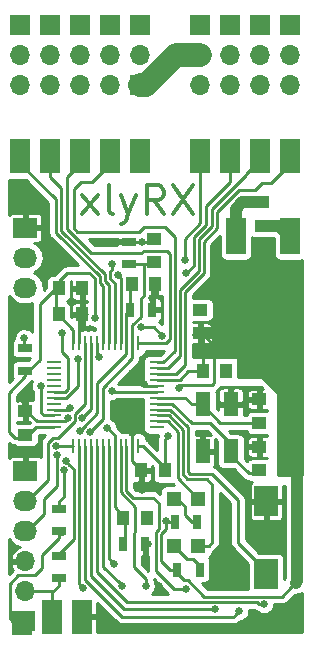
<source format=gbr>
G04 #@! TF.FileFunction,Copper,L1,Top,Signal*
%FSLAX46Y46*%
G04 Gerber Fmt 4.6, Leading zero omitted, Abs format (unit mm)*
G04 Created by KiCad (PCBNEW (2016-11-06 revision 9ab7cfe)-master) date Tue Jan 10 10:26:56 2017*
%MOMM*%
%LPD*%
G01*
G04 APERTURE LIST*
%ADD10C,0.100000*%
%ADD11C,0.300000*%
%ADD12R,1.651000X3.048000*%
%ADD13R,6.096000X6.096000*%
%ADD14R,1.700000X1.700000*%
%ADD15O,1.700000X1.700000*%
%ADD16R,1.727200X3.000000*%
%ADD17R,1.727200X2.000000*%
%ADD18R,2.032000X1.727200*%
%ADD19O,2.032000X1.727200*%
%ADD20R,1.000000X1.250000*%
%ADD21R,2.000000X2.500000*%
%ADD22R,1.250000X1.000000*%
%ADD23R,0.700000X1.300000*%
%ADD24R,1.300000X0.700000*%
%ADD25R,1.300000X2.000000*%
%ADD26R,1.300000X0.250000*%
%ADD27R,0.250000X1.300000*%
%ADD28R,1.198880X1.198880*%
%ADD29C,0.635000*%
%ADD30C,0.800000*%
%ADD31C,0.254000*%
%ADD32C,1.000000*%
%ADD33C,2.000000*%
%ADD34C,0.250000*%
G04 APERTURE END LIST*
D10*
D11*
X99207619Y-71490952D02*
X100517142Y-69824285D01*
X99207619Y-69824285D02*
X100517142Y-71490952D01*
X101826666Y-71490952D02*
X101588571Y-71371904D01*
X101469523Y-71133809D01*
X101469523Y-68990952D01*
X102540952Y-69824285D02*
X103136190Y-71490952D01*
X103731428Y-69824285D02*
X103136190Y-71490952D01*
X102898095Y-72086190D01*
X102779047Y-72205238D01*
X102540952Y-72324285D01*
X106112380Y-71490952D02*
X105279047Y-70300476D01*
X104683809Y-71490952D02*
X104683809Y-68990952D01*
X105636190Y-68990952D01*
X105874285Y-69110000D01*
X105993333Y-69229047D01*
X106112380Y-69467142D01*
X106112380Y-69824285D01*
X105993333Y-70062380D01*
X105874285Y-70181428D01*
X105636190Y-70300476D01*
X104683809Y-70300476D01*
X106945714Y-68990952D02*
X108612380Y-71490952D01*
X108612380Y-68990952D02*
X106945714Y-71490952D01*
D12*
X116796000Y-73360000D03*
D13*
X114510000Y-79710000D03*
D12*
X112224000Y-73360000D03*
D14*
X94410000Y-105920000D03*
D15*
X94410000Y-103380000D03*
X94410000Y-100840000D03*
D16*
X99210000Y-105560000D03*
X96670000Y-105560000D03*
D17*
X94130000Y-106060000D03*
D14*
X104140000Y-55480000D03*
X104140000Y-60560000D03*
D15*
X104140000Y-58020000D03*
D14*
X109220000Y-55480000D03*
D15*
X109220000Y-58020000D03*
X109220000Y-60560000D03*
D14*
X111760000Y-55480000D03*
D15*
X111760000Y-58020000D03*
X111760000Y-60560000D03*
D14*
X114300000Y-55480000D03*
D15*
X114300000Y-58020000D03*
X114300000Y-60560000D03*
D14*
X101600000Y-55480000D03*
D15*
X101600000Y-58020000D03*
X101600000Y-60560000D03*
D14*
X99060000Y-55480000D03*
D15*
X99060000Y-58020000D03*
X99060000Y-60560000D03*
D14*
X96520000Y-55480000D03*
D15*
X96520000Y-58020000D03*
X96520000Y-60560000D03*
D14*
X93980000Y-55480000D03*
D15*
X93980000Y-58020000D03*
X93980000Y-60560000D03*
D14*
X116840000Y-55480000D03*
D15*
X116840000Y-58020000D03*
X116840000Y-60560000D03*
D18*
X94410000Y-93220000D03*
D19*
X94410000Y-95760000D03*
X94410000Y-98300000D03*
D16*
X104140000Y-66548000D03*
D20*
X102710000Y-97160000D03*
X104710000Y-97160000D03*
D21*
X114810000Y-101935000D03*
X114810000Y-95785000D03*
D20*
X105410000Y-77360000D03*
X103410000Y-77360000D03*
D22*
X105310000Y-75560000D03*
X105310000Y-73560000D03*
D23*
X107060000Y-97560000D03*
X108960000Y-97560000D03*
D22*
X94410000Y-88160000D03*
X94410000Y-90160000D03*
D20*
X99210000Y-77760000D03*
X97210000Y-77760000D03*
D22*
X114410000Y-72460000D03*
X114410000Y-70460000D03*
X109210000Y-79560000D03*
X109210000Y-81560000D03*
X114210000Y-91160000D03*
X114210000Y-93160000D03*
X114210000Y-87160000D03*
X114210000Y-89160000D03*
D20*
X99210000Y-79960000D03*
X97210000Y-79960000D03*
X104210000Y-93160000D03*
X106210000Y-93160000D03*
X111410000Y-84760000D03*
X109410000Y-84760000D03*
D24*
X97210000Y-98310000D03*
X97210000Y-96410000D03*
D23*
X107260000Y-101560000D03*
X109160000Y-101560000D03*
X104560000Y-99360000D03*
X102660000Y-99360000D03*
D24*
X94410000Y-84710000D03*
X94410000Y-82810000D03*
D23*
X105160000Y-79560000D03*
X103260000Y-79560000D03*
D24*
X103210000Y-73810000D03*
X103210000Y-75710000D03*
X97210000Y-102310000D03*
X97210000Y-100410000D03*
D19*
X94410000Y-77700000D03*
X94410000Y-75160000D03*
D18*
X94410000Y-72620000D03*
D25*
X111810000Y-91560000D03*
X111810000Y-87560000D03*
X109410000Y-87560000D03*
X109410000Y-91560000D03*
D16*
X93980000Y-66548000D03*
X96520000Y-66548000D03*
X99060000Y-66548000D03*
X101600000Y-66548000D03*
X109220000Y-66548000D03*
X111760000Y-66548000D03*
X114300000Y-66548000D03*
X116840000Y-66548000D03*
D26*
X105560000Y-89510000D03*
X105560000Y-89010000D03*
X105560000Y-88510000D03*
X105560000Y-88010000D03*
X105560000Y-87510000D03*
X105560000Y-87010000D03*
X105560000Y-86510000D03*
X105560000Y-86010000D03*
X105560000Y-85510000D03*
X105560000Y-85010000D03*
X105560000Y-84510000D03*
X105560000Y-84010000D03*
D27*
X103960000Y-82410000D03*
X103460000Y-82410000D03*
X102960000Y-82410000D03*
X102460000Y-82410000D03*
X101960000Y-82410000D03*
X101460000Y-82410000D03*
X100960000Y-82410000D03*
X100460000Y-82410000D03*
X99960000Y-82410000D03*
X99460000Y-82410000D03*
X98960000Y-82410000D03*
X98460000Y-82410000D03*
D26*
X96860000Y-84010000D03*
X96860000Y-84510000D03*
X96860000Y-85010000D03*
X96860000Y-85510000D03*
X96860000Y-86010000D03*
X96860000Y-86510000D03*
X96860000Y-87010000D03*
X96860000Y-87510000D03*
X96860000Y-88010000D03*
X96860000Y-88510000D03*
X96860000Y-89010000D03*
X96860000Y-89510000D03*
D27*
X98460000Y-91110000D03*
X98960000Y-91110000D03*
X99460000Y-91110000D03*
X99960000Y-91110000D03*
X100460000Y-91110000D03*
X100960000Y-91110000D03*
X101460000Y-91110000D03*
X101960000Y-91110000D03*
X102460000Y-91110000D03*
X102960000Y-91110000D03*
X103460000Y-91110000D03*
X103960000Y-91110000D03*
D28*
X109059020Y-95560000D03*
X106960980Y-95560000D03*
X106960980Y-99560000D03*
X109059020Y-99560000D03*
D29*
X102210000Y-76660000D03*
X108010000Y-76460000D03*
X101709241Y-75722547D03*
X107919960Y-75369960D03*
X106510000Y-90260000D03*
X106332310Y-97460000D03*
X104710000Y-97160000D03*
D30*
X117310000Y-102660000D03*
D29*
X108810000Y-81660000D03*
X104210000Y-81060000D03*
X106010000Y-81760000D03*
X100310000Y-80259998D03*
X107410000Y-86160000D03*
X105160000Y-78560000D03*
D30*
X109210000Y-79560000D03*
X116796000Y-73360000D03*
D29*
X103410000Y-84960000D03*
X104210000Y-93160000D03*
X104307693Y-94837690D03*
X104810000Y-99360000D03*
X110410000Y-102560000D03*
X93710000Y-79960000D03*
X100672460Y-83551349D03*
X105710000Y-102960000D03*
X97810000Y-75060000D03*
X105710000Y-106660000D03*
X114810000Y-95785000D03*
X97991644Y-88760000D03*
X104310000Y-73810000D03*
X103410000Y-89960000D03*
X114210000Y-91159998D03*
X99210000Y-79960016D03*
X111410002Y-84760000D03*
X104410000Y-85887690D03*
X109410000Y-91560000D03*
X111810000Y-87560000D03*
X114210000Y-86960000D03*
X94410000Y-87360000D03*
X94310000Y-81960000D03*
X101710000Y-86460000D03*
X99236256Y-88722229D03*
X97047927Y-91877317D03*
X97510000Y-81560002D03*
X98837690Y-83760000D03*
X95714688Y-86001076D03*
X97021827Y-91064924D03*
X112511988Y-105106314D03*
X110464453Y-104914121D03*
X114635197Y-104482310D03*
X102610000Y-102959990D03*
X107994961Y-103175041D03*
X104610012Y-102960000D03*
X101910000Y-101060000D03*
X99310000Y-103160000D03*
X97670237Y-93160000D03*
X99900052Y-89879650D03*
X97810124Y-92359316D03*
X99037876Y-89800689D03*
D30*
X114410000Y-70460000D03*
D29*
X101310000Y-89560000D03*
X98210000Y-87860000D03*
D31*
X113842016Y-69460000D02*
X114442016Y-68860000D01*
X110642016Y-71327984D02*
X112510000Y-69460000D01*
X112510000Y-69460000D02*
X113842016Y-69460000D01*
X109510000Y-73792016D02*
X110642016Y-72660000D01*
X110642016Y-72660000D02*
X110642016Y-71327984D01*
X116840000Y-67184400D02*
X116840000Y-66548000D01*
X107927735Y-84252937D02*
X107927735Y-78073943D01*
X115164400Y-68860000D02*
X116840000Y-67184400D01*
X109510000Y-76491678D02*
X109510000Y-73792016D01*
X114442016Y-68860000D02*
X115164400Y-68860000D01*
X105560000Y-85010000D02*
X107170672Y-85010000D01*
X107170672Y-85010000D02*
X107927735Y-84252937D01*
X107927735Y-78073943D02*
X109510000Y-76491678D01*
X105560000Y-84510000D02*
X106464000Y-84510000D01*
X110210205Y-72481139D02*
X110210205Y-71059795D01*
X106464000Y-84510000D02*
X107495924Y-83478076D01*
X107495924Y-83478076D02*
X107495924Y-77895082D01*
X107495924Y-77895082D02*
X109078189Y-76312817D01*
X109078189Y-76312817D02*
X109078189Y-73613155D01*
X113110000Y-68060000D02*
X114300000Y-66870000D01*
X109078189Y-73613155D02*
X110210205Y-72481139D01*
X110210205Y-71059795D02*
X113110000Y-68160000D01*
X113110000Y-68160000D02*
X113110000Y-68060000D01*
X114300000Y-66870000D02*
X114300000Y-66548000D01*
X108646378Y-73434294D02*
X109710000Y-72370672D01*
X111760000Y-68760000D02*
X111760000Y-68302000D01*
X109710000Y-72370672D02*
X109710000Y-70810000D01*
X109710000Y-70810000D02*
X111760000Y-68760000D01*
X102460000Y-82410000D02*
X102460000Y-76910000D01*
X102460000Y-76910000D02*
X102210000Y-76660000D01*
X111760000Y-68302000D02*
X111760000Y-66548000D01*
X108010000Y-76460000D02*
X108646378Y-75823622D01*
X108646378Y-75823622D02*
X108646378Y-73434294D01*
X101960000Y-82410000D02*
X101960000Y-77331006D01*
X101960000Y-77331006D02*
X101587699Y-76958705D01*
X101587699Y-76293101D02*
X101709241Y-76171559D01*
X101587699Y-76958705D02*
X101587699Y-76293101D01*
X101709241Y-76171559D02*
X101709241Y-75722547D01*
X107919960Y-74920948D02*
X107919960Y-75369960D01*
X107919960Y-73539368D02*
X107919960Y-74920948D01*
X109220000Y-72239328D02*
X107919960Y-73539368D01*
X109220000Y-66548000D02*
X109220000Y-72239328D01*
X100698008Y-76737336D02*
X97010000Y-73049328D01*
X97010000Y-73049328D02*
X97010000Y-70214400D01*
X100698008Y-77290358D02*
X100698008Y-76737336D01*
X100960000Y-77552350D02*
X100698008Y-77290358D01*
X93980000Y-67184400D02*
X93980000Y-66548000D01*
X100960000Y-82410000D02*
X100960000Y-77552350D01*
X97010000Y-70214400D02*
X93980000Y-67184400D01*
X96520000Y-68302000D02*
X96520000Y-66548000D01*
X101464112Y-77445790D02*
X101129819Y-77111497D01*
X101129819Y-76558475D02*
X97441811Y-72870467D01*
X101464112Y-81501888D02*
X101464112Y-77445790D01*
X101460000Y-82410000D02*
X101460000Y-81506000D01*
X97441811Y-72870467D02*
X97441811Y-69223811D01*
X101129819Y-77111497D02*
X101129819Y-76558475D01*
X101460000Y-81506000D02*
X101464112Y-81501888D01*
X97441811Y-69223811D02*
X96520000Y-68302000D01*
X99060000Y-66548000D02*
X99060000Y-67184400D01*
X99060000Y-67184400D02*
X97942400Y-68302000D01*
X104214801Y-74755199D02*
X104410000Y-74560000D01*
X97942400Y-68302000D02*
X97942400Y-72703072D01*
X97942400Y-72703072D02*
X99994527Y-74755199D01*
X99994527Y-74755199D02*
X104214801Y-74755199D01*
X104410000Y-74560000D02*
X106354604Y-74560000D01*
X106354604Y-74560000D02*
X106632302Y-74837698D01*
X106632302Y-82058704D02*
X106281006Y-82410000D01*
X106632302Y-74837698D02*
X106632302Y-82058704D01*
X106281006Y-82410000D02*
X103960000Y-82410000D01*
X105560000Y-84010000D02*
X106085000Y-84010000D01*
X106085000Y-84010000D02*
X107064113Y-83030887D01*
X107064113Y-83030887D02*
X107064113Y-73414113D01*
X106210000Y-72560000D02*
X104410000Y-72560000D01*
X101600000Y-67184400D02*
X101600000Y-66548000D01*
X107064113Y-73414113D02*
X106210000Y-72560000D01*
X104410000Y-72560000D02*
X104010000Y-72960000D01*
X98510000Y-72660000D02*
X98510000Y-69360000D01*
X104010000Y-72960000D02*
X98810000Y-72960000D01*
X98810000Y-72960000D02*
X98510000Y-72660000D01*
X99110000Y-68760000D02*
X100024400Y-68760000D01*
X98510000Y-69360000D02*
X99110000Y-68760000D01*
X100024400Y-68760000D02*
X101600000Y-67184400D01*
X106210000Y-93160000D02*
X106210000Y-90560000D01*
X106210000Y-90560000D02*
X106510000Y-90260000D01*
X105910000Y-100814000D02*
X106656000Y-101560000D01*
X105910000Y-98570672D02*
X105910000Y-100814000D01*
X106656000Y-101560000D02*
X107260000Y-101560000D01*
X106332310Y-97460000D02*
X106332310Y-98148362D01*
X106332310Y-98148362D02*
X105910000Y-98570672D01*
X107060000Y-97560000D02*
X107060000Y-97860000D01*
X107260000Y-101260000D02*
X107260000Y-101560000D01*
X106432310Y-97560000D02*
X106332310Y-97460000D01*
X107060000Y-97560000D02*
X106432310Y-97560000D01*
X107410000Y-86160000D02*
X107610000Y-85960000D01*
X107610000Y-85960000D02*
X110210000Y-85960000D01*
X110210000Y-85960000D02*
X110410000Y-85760000D01*
X110410000Y-85760000D02*
X110410000Y-82635000D01*
X110410000Y-82635000D02*
X109585000Y-81810000D01*
X109585000Y-81810000D02*
X109210000Y-81810000D01*
X109210000Y-81810000D02*
X109210000Y-81560000D01*
X97210000Y-77760000D02*
X97210000Y-77160000D01*
X97210000Y-77160000D02*
X97910000Y-76460000D01*
X97910000Y-76460000D02*
X99810000Y-76460000D01*
X99810000Y-76460000D02*
X100266197Y-76916197D01*
X100266197Y-76916197D02*
X100266197Y-79767183D01*
X100266197Y-79767183D02*
X100310000Y-79810986D01*
X100310000Y-79810986D02*
X100310000Y-80259998D01*
D32*
X114010000Y-82310000D02*
X114010000Y-84310000D01*
X114010000Y-84310000D02*
X117410000Y-87710000D01*
X117410000Y-87710000D02*
X117410000Y-102560000D01*
X117410000Y-102560000D02*
X117310000Y-102660000D01*
D31*
X96860000Y-89510000D02*
X95310000Y-89510000D01*
X94410000Y-85210000D02*
X94410000Y-85010000D01*
X95310000Y-89510000D02*
X94410000Y-90410000D01*
X94410000Y-90410000D02*
X93531000Y-90410000D01*
X93531000Y-90410000D02*
X93010000Y-89889000D01*
X93010000Y-89889000D02*
X93010000Y-86610000D01*
X93010000Y-86610000D02*
X94410000Y-85210000D01*
X94410000Y-85010000D02*
X95610000Y-83810000D01*
X95610000Y-83810000D02*
X95610000Y-79110000D01*
X95610000Y-79110000D02*
X96960000Y-77760000D01*
X116910001Y-103059999D02*
X117310000Y-102660000D01*
X109560000Y-103860000D02*
X116110000Y-103860000D01*
X107864000Y-102464000D02*
X108164000Y-102464000D01*
X107260000Y-101560000D02*
X107260000Y-101860000D01*
X107260000Y-101860000D02*
X107864000Y-102464000D01*
X108164000Y-102464000D02*
X109560000Y-103860000D01*
X116110000Y-103860000D02*
X116910001Y-103059999D01*
D32*
X114010000Y-82310000D02*
X111585000Y-82310000D01*
X111585000Y-82310000D02*
X110835000Y-81560000D01*
X110835000Y-81560000D02*
X109210000Y-81560000D01*
D31*
X108892501Y-81577499D02*
X108810000Y-81660000D01*
X109210000Y-81560000D02*
X109192501Y-81577499D01*
X109192501Y-81577499D02*
X108892501Y-81577499D01*
X98460000Y-82410000D02*
X98460000Y-81288994D01*
X98460000Y-81288994D02*
X96960000Y-79788994D01*
X96960000Y-79788994D02*
X96960000Y-77760000D01*
X104659012Y-81060000D02*
X104210000Y-81060000D01*
X106010000Y-81760000D02*
X105310000Y-81060000D01*
X105310000Y-81060000D02*
X104659012Y-81060000D01*
X96960000Y-77760000D02*
X97210000Y-77760000D01*
X103960000Y-91110000D02*
X104339000Y-91110000D01*
X104339000Y-91110000D02*
X106210000Y-92981000D01*
X106210000Y-92981000D02*
X106210000Y-93160000D01*
X109410000Y-84760000D02*
X109410000Y-81760000D01*
X109410000Y-81760000D02*
X109210000Y-81560000D01*
X107460000Y-85510000D02*
X108210000Y-84760000D01*
X108210000Y-84760000D02*
X109410000Y-84760000D01*
X105560000Y-85510000D02*
X107460000Y-85510000D01*
D32*
X114410000Y-72460000D02*
X115896000Y-72460000D01*
X115896000Y-72460000D02*
X116796000Y-73360000D01*
D31*
X103460000Y-91110000D02*
X103460000Y-92410000D01*
X103460000Y-92410000D02*
X104210000Y-93160000D01*
X105160000Y-78560000D02*
X105160000Y-77610000D01*
X105160000Y-77610000D02*
X105410000Y-77360000D01*
X100460000Y-82410000D02*
X100473622Y-82423622D01*
X100473622Y-82423622D02*
X100473622Y-83352511D01*
X100473622Y-83352511D02*
X100672460Y-83551349D01*
X97991644Y-88782356D02*
X97991644Y-88760000D01*
X97764000Y-89010000D02*
X97991644Y-88782356D01*
X96860000Y-89010000D02*
X97764000Y-89010000D01*
X104310000Y-73810000D02*
X105060000Y-73810000D01*
X103210000Y-73810000D02*
X104310000Y-73810000D01*
X105060000Y-73810000D02*
X105310000Y-73560000D01*
X103460000Y-91110000D02*
X103460000Y-90010000D01*
X103460000Y-90010000D02*
X103410000Y-89960000D01*
X105160000Y-78760000D02*
X105160000Y-79560000D01*
X105160000Y-78760000D02*
X105160000Y-78560000D01*
X99210016Y-79960000D02*
X99210000Y-79960016D01*
X99585000Y-79960000D02*
X99210016Y-79960000D01*
X99210000Y-79511004D02*
X99210000Y-79960016D01*
X99210000Y-78010000D02*
X99210000Y-79511004D01*
X98960000Y-82410000D02*
X98960000Y-80210016D01*
X98960000Y-80210016D02*
X99210000Y-79960016D01*
X99460000Y-77760000D02*
X99210000Y-78010000D01*
X104532310Y-86010000D02*
X104410000Y-85887690D01*
X105560000Y-86010000D02*
X104532310Y-86010000D01*
X94410000Y-87910000D02*
X94410000Y-87360000D01*
X94410000Y-87910000D02*
X94410000Y-88035000D01*
X94410000Y-88035000D02*
X95385000Y-89010000D01*
X95385000Y-89010000D02*
X95956000Y-89010000D01*
X95956000Y-89010000D02*
X96860000Y-89010000D01*
X94310000Y-81960000D02*
X94310000Y-82710000D01*
X94310000Y-82710000D02*
X94410000Y-82810000D01*
X101760000Y-86510000D02*
X101710000Y-86460000D01*
X105560000Y-86510000D02*
X101760000Y-86510000D01*
X106960980Y-95560000D02*
X107260000Y-95560000D01*
X107910000Y-96210000D02*
X107910000Y-96960000D01*
X107260000Y-95560000D02*
X107910000Y-96210000D01*
X107910000Y-96960000D02*
X108510000Y-97560000D01*
X108510000Y-97560000D02*
X108960000Y-97560000D01*
X109160000Y-101560000D02*
X109160000Y-101260000D01*
X109160000Y-101260000D02*
X108556000Y-100656000D01*
X108556000Y-100656000D02*
X108106000Y-100656000D01*
X108106000Y-100656000D02*
X107010000Y-99560000D01*
X107010000Y-99560000D02*
X106960980Y-99560000D01*
X109059020Y-99560000D02*
X109912460Y-99560000D01*
X107741811Y-93502483D02*
X107741811Y-89702483D01*
X109912460Y-99560000D02*
X110246612Y-99225848D01*
X110246612Y-99225848D02*
X110246612Y-94396612D01*
X110246612Y-94396612D02*
X109741811Y-93891811D01*
X109741811Y-93891811D02*
X108131139Y-93891811D01*
X108131139Y-93891811D02*
X107741811Y-93502483D01*
X107741811Y-89702483D02*
X106549328Y-88510000D01*
X106549328Y-88510000D02*
X106464000Y-88510000D01*
X106464000Y-88510000D02*
X105560000Y-88510000D01*
X107310000Y-89881344D02*
X107310000Y-93810981D01*
X107310000Y-93810981D02*
X108804174Y-95305155D01*
X105560000Y-89010000D02*
X106438656Y-89010000D01*
X106438656Y-89010000D02*
X107310000Y-89881344D01*
X112410000Y-99285000D02*
X114810000Y-101685000D01*
X106660000Y-88010000D02*
X108173622Y-89523622D01*
X108173622Y-93323622D02*
X108310000Y-93460000D01*
X112410000Y-95660000D02*
X112410000Y-99285000D01*
X108173622Y-89523622D02*
X108173622Y-93323622D01*
X105560000Y-88010000D02*
X106660000Y-88010000D01*
X114810000Y-101685000D02*
X114810000Y-101935000D01*
X110210000Y-93460000D02*
X112410000Y-95660000D01*
X108310000Y-93460000D02*
X110210000Y-93460000D01*
X111810000Y-91560000D02*
X111810000Y-90920672D01*
X106464000Y-87510000D02*
X105560000Y-87510000D01*
X111810000Y-90920672D02*
X110049328Y-89160000D01*
X110049328Y-89160000D02*
X108510000Y-89160000D01*
X108510000Y-89160000D02*
X106860000Y-87510000D01*
X106860000Y-87510000D02*
X106464000Y-87510000D01*
X113310000Y-93410000D02*
X113331000Y-93410000D01*
X113331000Y-93410000D02*
X114210000Y-93410000D01*
X111810000Y-91560000D02*
X111810000Y-91910000D01*
X111810000Y-91910000D02*
X113310000Y-93410000D01*
X109410000Y-87560000D02*
X109410000Y-87660000D01*
X109410000Y-87660000D02*
X110910000Y-89160000D01*
X110910000Y-89160000D02*
X112981000Y-89160000D01*
X112981000Y-89160000D02*
X114210000Y-89160000D01*
X107956000Y-87010000D02*
X106464000Y-87010000D01*
X106464000Y-87010000D02*
X105560000Y-87010000D01*
X108506000Y-87560000D02*
X107956000Y-87010000D01*
X109410000Y-87560000D02*
X108506000Y-87560000D01*
X99960000Y-82410000D02*
X99960000Y-87998485D01*
X99960000Y-87998485D02*
X99553755Y-88404730D01*
X99553755Y-88404730D02*
X99236256Y-88722229D01*
X94410000Y-98300000D02*
X94562400Y-98300000D01*
X94562400Y-98300000D02*
X96010000Y-96852400D01*
X96010000Y-96852400D02*
X96010000Y-95560000D01*
X96010000Y-95560000D02*
X97047927Y-94522073D01*
X97047927Y-94522073D02*
X97047927Y-92326329D01*
X97047927Y-92326329D02*
X97047927Y-91877317D01*
X96355887Y-93966513D02*
X96355887Y-90809856D01*
X98613954Y-89020935D02*
X98613954Y-88377052D01*
X99460000Y-83314000D02*
X99460000Y-82410000D01*
X94410000Y-95760000D02*
X94562400Y-95760000D01*
X96723121Y-90442622D02*
X97192267Y-90442622D01*
X94562400Y-95760000D02*
X96355887Y-93966513D01*
X96355887Y-90809856D02*
X96723121Y-90442622D01*
X97192267Y-90442622D02*
X98613954Y-89020935D01*
X98613954Y-88377052D02*
X99460000Y-87531006D01*
X99460000Y-87531006D02*
X99460000Y-83314000D01*
X96860000Y-86510000D02*
X97764000Y-86510000D01*
X97764000Y-86510000D02*
X97987698Y-86286302D01*
X97987698Y-86286302D02*
X97987698Y-83637698D01*
X97987698Y-83637698D02*
X97510000Y-83160000D01*
X97510000Y-83160000D02*
X97510000Y-81560002D01*
X97874671Y-87010000D02*
X98837690Y-86046981D01*
X98837690Y-84209012D02*
X98837690Y-83760000D01*
X96860000Y-87010000D02*
X97874671Y-87010000D01*
X98837690Y-86046981D02*
X98837690Y-84209012D01*
X95714688Y-86450088D02*
X95714688Y-86001076D01*
X96860000Y-88510000D02*
X95956000Y-88510000D01*
X95956000Y-88510000D02*
X95714688Y-88268688D01*
X95714688Y-88268688D02*
X95714688Y-86450088D01*
X98460000Y-91110000D02*
X97066903Y-91110000D01*
X97066903Y-91110000D02*
X97021827Y-91064924D01*
X99460000Y-91110000D02*
X99460000Y-102410000D01*
X99460000Y-102410000D02*
X102586422Y-105536422D01*
X102586422Y-105536422D02*
X112081880Y-105536422D01*
X112081880Y-105536422D02*
X112194489Y-105423813D01*
X112194489Y-105423813D02*
X112511988Y-105106314D01*
X99960000Y-91110000D02*
X99960000Y-102110000D01*
X110015441Y-104914121D02*
X110464453Y-104914121D01*
X102764121Y-104914121D02*
X110015441Y-104914121D01*
X99960000Y-102110000D02*
X102764121Y-104914121D01*
X100460000Y-91110000D02*
X100460000Y-101731008D01*
X100460000Y-101731008D02*
X103020803Y-104291811D01*
X103020803Y-104291811D02*
X113995686Y-104291811D01*
X113995686Y-104291811D02*
X114186185Y-104482310D01*
X114186185Y-104482310D02*
X114635197Y-104482310D01*
X102292501Y-102642491D02*
X102610000Y-102959990D01*
X100960000Y-101309990D02*
X102292501Y-102642491D01*
X100960000Y-91110000D02*
X100960000Y-101309990D01*
D33*
X107141146Y-58020000D02*
X104601146Y-60560000D01*
X104601146Y-60560000D02*
X104140000Y-60560000D01*
X109220000Y-58020000D02*
X107141146Y-58020000D01*
D31*
X102960000Y-92014000D02*
X102960000Y-91110000D01*
X102960000Y-94899328D02*
X102960000Y-92014000D01*
X103520672Y-95460000D02*
X102960000Y-94899328D01*
X105210000Y-95460000D02*
X103520672Y-95460000D01*
X105478189Y-101677201D02*
X105478189Y-98391811D01*
X105710000Y-98160000D02*
X105710000Y-95960000D01*
X107994961Y-103175041D02*
X106976029Y-103175041D01*
X105478189Y-98391811D02*
X105710000Y-98160000D01*
X105710000Y-95960000D02*
X105210000Y-95460000D01*
X106976029Y-103175041D02*
X105478189Y-101677201D01*
X104610012Y-102510988D02*
X104610012Y-102960000D01*
X102460000Y-91110000D02*
X102460000Y-95010000D01*
X102460000Y-95010000D02*
X103710000Y-96260000D01*
X104610012Y-102370684D02*
X104610012Y-102510988D01*
X103710000Y-96260000D02*
X103710000Y-98360000D01*
X103710000Y-98360000D02*
X103610000Y-98460000D01*
X103610000Y-98460000D02*
X103610000Y-101370672D01*
X103610000Y-101370672D02*
X104610012Y-102370684D01*
X101592501Y-100742501D02*
X101910000Y-101060000D01*
X101460000Y-100610000D02*
X101592501Y-100742501D01*
X101460000Y-91110000D02*
X101460000Y-100610000D01*
X98960000Y-91110000D02*
X98960000Y-102810000D01*
X98992501Y-102842501D02*
X99310000Y-103160000D01*
X98960000Y-102810000D02*
X98992501Y-102842501D01*
X94410000Y-105900000D02*
X93306000Y-105900000D01*
X93306000Y-105900000D02*
X93110000Y-105704000D01*
X93110000Y-105704000D02*
X93110000Y-102760000D01*
X93110000Y-102760000D02*
X93810000Y-102060000D01*
X93810000Y-102060000D02*
X95210000Y-102060000D01*
X95210000Y-102060000D02*
X95810000Y-101460000D01*
X95810000Y-101460000D02*
X95810000Y-100314000D01*
X95810000Y-100314000D02*
X97210000Y-98914000D01*
X97210000Y-98914000D02*
X97210000Y-98310000D01*
X94410000Y-105900000D02*
X94410000Y-105840000D01*
X94410000Y-105840000D02*
X94130000Y-105560000D01*
X97210000Y-98310000D02*
X97210000Y-98560000D01*
X97310000Y-98510000D02*
X97610000Y-98510000D01*
X103460000Y-82410000D02*
X103460000Y-83688994D01*
X103460000Y-83688994D02*
X100987699Y-86161295D01*
X100987699Y-86161295D02*
X100987699Y-88792003D01*
X100987699Y-88792003D02*
X100217551Y-89562151D01*
X100217551Y-89562151D02*
X99900052Y-89879650D01*
X103460000Y-80888994D02*
X104188994Y-80160000D01*
X104410000Y-78360000D02*
X104410000Y-76710000D01*
X104188994Y-80160000D02*
X104188994Y-78581006D01*
X104188994Y-78581006D02*
X104410000Y-78360000D01*
X104410000Y-76710000D02*
X104410000Y-75710000D01*
X103460000Y-82410000D02*
X103460000Y-80888994D01*
X103210000Y-75710000D02*
X104410000Y-75710000D01*
X104410000Y-75710000D02*
X105160000Y-75710000D01*
X105160000Y-75710000D02*
X105310000Y-75560000D01*
X97210000Y-96410000D02*
X97210000Y-95806000D01*
X97210000Y-95806000D02*
X97670237Y-95345763D01*
X97670237Y-95345763D02*
X97670237Y-93160000D01*
X97210000Y-100410000D02*
X97210000Y-100260000D01*
X97210000Y-100260000D02*
X98528189Y-98941811D01*
X98528189Y-98941811D02*
X98528189Y-93077381D01*
X98528189Y-93077381D02*
X98127623Y-92676815D01*
X98127623Y-92676815D02*
X97810124Y-92359316D01*
X102960000Y-82410000D02*
X102960000Y-83314000D01*
X102960000Y-83314000D02*
X100510000Y-85764000D01*
X100510000Y-85764000D02*
X100510000Y-88328565D01*
X100510000Y-88328565D02*
X99355375Y-89483190D01*
X99355375Y-89483190D02*
X99037876Y-89800689D01*
X103260000Y-79560000D02*
X103260000Y-77510000D01*
X103260000Y-77510000D02*
X103410000Y-77360000D01*
X102960000Y-82410000D02*
X102960000Y-79860000D01*
X102960000Y-79860000D02*
X103260000Y-79560000D01*
X97210000Y-102914000D02*
X96764000Y-103360000D01*
X96764000Y-103360000D02*
X96670000Y-103454000D01*
X95612081Y-103360000D02*
X96764000Y-103360000D01*
X97210000Y-102310000D02*
X97210000Y-102914000D01*
X96670000Y-103454000D02*
X96670000Y-105560000D01*
X94410000Y-103360000D02*
X95612081Y-103360000D01*
D32*
X114410000Y-70460000D02*
X112785000Y-70460000D01*
X112785000Y-70460000D02*
X112224000Y-71021000D01*
X112224000Y-71021000D02*
X112224000Y-73360000D01*
D31*
X101960000Y-90206000D02*
X101314000Y-89560000D01*
X101960000Y-91110000D02*
X101960000Y-90206000D01*
X101314000Y-89560000D02*
X101310000Y-89560000D01*
X98210000Y-87860000D02*
X98060000Y-88010000D01*
X98060000Y-88010000D02*
X96860000Y-88010000D01*
X101960000Y-91110000D02*
X101960000Y-96260000D01*
X101960000Y-96260000D02*
X102860000Y-97160000D01*
X102860000Y-99360000D02*
X102860000Y-97160000D01*
D34*
G36*
X110870960Y-74884000D02*
X110881097Y-74986918D01*
X110911117Y-75085881D01*
X110959867Y-75177086D01*
X111025473Y-75257027D01*
X111105414Y-75322633D01*
X111196619Y-75371383D01*
X111295582Y-75401403D01*
X111398500Y-75411540D01*
X113049500Y-75411540D01*
X113152418Y-75401403D01*
X113251381Y-75371383D01*
X113342586Y-75322633D01*
X113422527Y-75257027D01*
X113488133Y-75177086D01*
X113536883Y-75085881D01*
X113566903Y-74986918D01*
X113577040Y-74884000D01*
X113577040Y-73444134D01*
X113583119Y-73447383D01*
X113682082Y-73477403D01*
X113785000Y-73487540D01*
X115035000Y-73487540D01*
X115060788Y-73485000D01*
X115442960Y-73485000D01*
X115442960Y-74884000D01*
X115453097Y-74986918D01*
X115483117Y-75085881D01*
X115531867Y-75177086D01*
X115597473Y-75257027D01*
X115677414Y-75322633D01*
X115768619Y-75371383D01*
X115867582Y-75401403D01*
X115970500Y-75411540D01*
X117621500Y-75411540D01*
X117724418Y-75401403D01*
X117785000Y-75383026D01*
X117785000Y-93535000D01*
X115835000Y-93535000D01*
X115835000Y-85360000D01*
X115832598Y-85335614D01*
X115825485Y-85312165D01*
X115813934Y-85290554D01*
X115798388Y-85271612D01*
X115779446Y-85256066D01*
X115757835Y-85244515D01*
X115734386Y-85237402D01*
X115710000Y-85235000D01*
X112437540Y-85235000D01*
X112437540Y-84135000D01*
X112435000Y-84109212D01*
X112435000Y-83660000D01*
X112432598Y-83635614D01*
X112425485Y-83612165D01*
X112413934Y-83590554D01*
X112398388Y-83571612D01*
X112379446Y-83556066D01*
X112357835Y-83544515D01*
X112334386Y-83537402D01*
X112310000Y-83535000D01*
X108579735Y-83535000D01*
X108579735Y-82485000D01*
X108978750Y-82485000D01*
X109085000Y-82378750D01*
X109085000Y-81685000D01*
X109335000Y-81685000D01*
X109335000Y-82378750D01*
X109441250Y-82485000D01*
X109876859Y-82485000D01*
X109958968Y-82468668D01*
X110036313Y-82436630D01*
X110105922Y-82390119D01*
X110165119Y-82330922D01*
X110211630Y-82261313D01*
X110243667Y-82183968D01*
X110260000Y-82101859D01*
X110260000Y-81791250D01*
X110153750Y-81685000D01*
X109335000Y-81685000D01*
X109085000Y-81685000D01*
X109065000Y-81685000D01*
X109065000Y-81435000D01*
X109085000Y-81435000D01*
X109085000Y-80741250D01*
X109335000Y-80741250D01*
X109335000Y-81435000D01*
X110153750Y-81435000D01*
X110260000Y-81328750D01*
X110260000Y-81018141D01*
X110243667Y-80936032D01*
X110211630Y-80858687D01*
X110165119Y-80789078D01*
X110105922Y-80729881D01*
X110036313Y-80683370D01*
X109958968Y-80651332D01*
X109876859Y-80635000D01*
X109441250Y-80635000D01*
X109335000Y-80741250D01*
X109085000Y-80741250D01*
X108978750Y-80635000D01*
X108579735Y-80635000D01*
X108579735Y-80587021D01*
X108585000Y-80587540D01*
X109835000Y-80587540D01*
X109937918Y-80577403D01*
X110036881Y-80547383D01*
X110128086Y-80498633D01*
X110208027Y-80433027D01*
X110273633Y-80353086D01*
X110322383Y-80261881D01*
X110352403Y-80162918D01*
X110362540Y-80060000D01*
X110362540Y-79060000D01*
X110352403Y-78957082D01*
X110322383Y-78858119D01*
X110273633Y-78766914D01*
X110208027Y-78686973D01*
X110128086Y-78621367D01*
X110036881Y-78572617D01*
X109937918Y-78542597D01*
X109835000Y-78532460D01*
X108585000Y-78532460D01*
X108579735Y-78532979D01*
X108579735Y-78344011D01*
X109971034Y-76952711D01*
X110009271Y-76906160D01*
X110047974Y-76860036D01*
X110049626Y-76857031D01*
X110051802Y-76854382D01*
X110080261Y-76801307D01*
X110109276Y-76748528D01*
X110110313Y-76745260D01*
X110111933Y-76742238D01*
X110129551Y-76684612D01*
X110147752Y-76627236D01*
X110148134Y-76623832D01*
X110149137Y-76620551D01*
X110155233Y-76560545D01*
X110161936Y-76500781D01*
X110161983Y-76494090D01*
X110161997Y-76493953D01*
X110161985Y-76493825D01*
X110162000Y-76491678D01*
X110162000Y-74062084D01*
X110870960Y-73353123D01*
X110870960Y-74884000D01*
X110870960Y-74884000D01*
G37*
X110870960Y-74884000D02*
X110881097Y-74986918D01*
X110911117Y-75085881D01*
X110959867Y-75177086D01*
X111025473Y-75257027D01*
X111105414Y-75322633D01*
X111196619Y-75371383D01*
X111295582Y-75401403D01*
X111398500Y-75411540D01*
X113049500Y-75411540D01*
X113152418Y-75401403D01*
X113251381Y-75371383D01*
X113342586Y-75322633D01*
X113422527Y-75257027D01*
X113488133Y-75177086D01*
X113536883Y-75085881D01*
X113566903Y-74986918D01*
X113577040Y-74884000D01*
X113577040Y-73444134D01*
X113583119Y-73447383D01*
X113682082Y-73477403D01*
X113785000Y-73487540D01*
X115035000Y-73487540D01*
X115060788Y-73485000D01*
X115442960Y-73485000D01*
X115442960Y-74884000D01*
X115453097Y-74986918D01*
X115483117Y-75085881D01*
X115531867Y-75177086D01*
X115597473Y-75257027D01*
X115677414Y-75322633D01*
X115768619Y-75371383D01*
X115867582Y-75401403D01*
X115970500Y-75411540D01*
X117621500Y-75411540D01*
X117724418Y-75401403D01*
X117785000Y-75383026D01*
X117785000Y-93535000D01*
X115835000Y-93535000D01*
X115835000Y-85360000D01*
X115832598Y-85335614D01*
X115825485Y-85312165D01*
X115813934Y-85290554D01*
X115798388Y-85271612D01*
X115779446Y-85256066D01*
X115757835Y-85244515D01*
X115734386Y-85237402D01*
X115710000Y-85235000D01*
X112437540Y-85235000D01*
X112437540Y-84135000D01*
X112435000Y-84109212D01*
X112435000Y-83660000D01*
X112432598Y-83635614D01*
X112425485Y-83612165D01*
X112413934Y-83590554D01*
X112398388Y-83571612D01*
X112379446Y-83556066D01*
X112357835Y-83544515D01*
X112334386Y-83537402D01*
X112310000Y-83535000D01*
X108579735Y-83535000D01*
X108579735Y-82485000D01*
X108978750Y-82485000D01*
X109085000Y-82378750D01*
X109085000Y-81685000D01*
X109335000Y-81685000D01*
X109335000Y-82378750D01*
X109441250Y-82485000D01*
X109876859Y-82485000D01*
X109958968Y-82468668D01*
X110036313Y-82436630D01*
X110105922Y-82390119D01*
X110165119Y-82330922D01*
X110211630Y-82261313D01*
X110243667Y-82183968D01*
X110260000Y-82101859D01*
X110260000Y-81791250D01*
X110153750Y-81685000D01*
X109335000Y-81685000D01*
X109085000Y-81685000D01*
X109065000Y-81685000D01*
X109065000Y-81435000D01*
X109085000Y-81435000D01*
X109085000Y-80741250D01*
X109335000Y-80741250D01*
X109335000Y-81435000D01*
X110153750Y-81435000D01*
X110260000Y-81328750D01*
X110260000Y-81018141D01*
X110243667Y-80936032D01*
X110211630Y-80858687D01*
X110165119Y-80789078D01*
X110105922Y-80729881D01*
X110036313Y-80683370D01*
X109958968Y-80651332D01*
X109876859Y-80635000D01*
X109441250Y-80635000D01*
X109335000Y-80741250D01*
X109085000Y-80741250D01*
X108978750Y-80635000D01*
X108579735Y-80635000D01*
X108579735Y-80587021D01*
X108585000Y-80587540D01*
X109835000Y-80587540D01*
X109937918Y-80577403D01*
X110036881Y-80547383D01*
X110128086Y-80498633D01*
X110208027Y-80433027D01*
X110273633Y-80353086D01*
X110322383Y-80261881D01*
X110352403Y-80162918D01*
X110362540Y-80060000D01*
X110362540Y-79060000D01*
X110352403Y-78957082D01*
X110322383Y-78858119D01*
X110273633Y-78766914D01*
X110208027Y-78686973D01*
X110128086Y-78621367D01*
X110036881Y-78572617D01*
X109937918Y-78542597D01*
X109835000Y-78532460D01*
X108585000Y-78532460D01*
X108579735Y-78532979D01*
X108579735Y-78344011D01*
X109971034Y-76952711D01*
X110009271Y-76906160D01*
X110047974Y-76860036D01*
X110049626Y-76857031D01*
X110051802Y-76854382D01*
X110080261Y-76801307D01*
X110109276Y-76748528D01*
X110110313Y-76745260D01*
X110111933Y-76742238D01*
X110129551Y-76684612D01*
X110147752Y-76627236D01*
X110148134Y-76623832D01*
X110149137Y-76620551D01*
X110155233Y-76560545D01*
X110161936Y-76500781D01*
X110161983Y-76494090D01*
X110161997Y-76493953D01*
X110161985Y-76493825D01*
X110162000Y-76491678D01*
X110162000Y-74062084D01*
X110870960Y-73353123D01*
X110870960Y-74884000D01*
G36*
X117785000Y-106835000D02*
X100498600Y-106835000D01*
X100498600Y-105791250D01*
X100392350Y-105685000D01*
X99335000Y-105685000D01*
X99335000Y-105705000D01*
X99085000Y-105705000D01*
X99085000Y-105685000D01*
X99065000Y-105685000D01*
X99065000Y-105435000D01*
X99085000Y-105435000D01*
X99085000Y-105415000D01*
X99335000Y-105415000D01*
X99335000Y-105435000D01*
X100392350Y-105435000D01*
X100498600Y-105328750D01*
X100498600Y-104370668D01*
X102125388Y-105997455D01*
X102171957Y-106035707D01*
X102218064Y-106074396D01*
X102221066Y-106076046D01*
X102223717Y-106078224D01*
X102276833Y-106106705D01*
X102329572Y-106135698D01*
X102332838Y-106136734D01*
X102335861Y-106138355D01*
X102393502Y-106155978D01*
X102450864Y-106174174D01*
X102454268Y-106174556D01*
X102457549Y-106175559D01*
X102517515Y-106181650D01*
X102577319Y-106188358D01*
X102584019Y-106188405D01*
X102584146Y-106188418D01*
X102584264Y-106188407D01*
X102586422Y-106188422D01*
X112081880Y-106188422D01*
X112141833Y-106182544D01*
X112201817Y-106177296D01*
X112205109Y-106176340D01*
X112208521Y-106176005D01*
X112266163Y-106158602D01*
X112324012Y-106141795D01*
X112327057Y-106140217D01*
X112330338Y-106139226D01*
X112383513Y-106110952D01*
X112436985Y-106083235D01*
X112439664Y-106081097D01*
X112442691Y-106079487D01*
X112489386Y-106041404D01*
X112536432Y-106003847D01*
X112541204Y-105999142D01*
X112541302Y-105999062D01*
X112541377Y-105998972D01*
X112542914Y-105997456D01*
X112592766Y-105947604D01*
X112739649Y-105921704D01*
X112893690Y-105861956D01*
X113033192Y-105773425D01*
X113152842Y-105659484D01*
X113248082Y-105524473D01*
X113315284Y-105373535D01*
X113351888Y-105212418D01*
X113354524Y-105023703D01*
X113338705Y-104943811D01*
X113725721Y-104943811D01*
X113771720Y-104981595D01*
X113817827Y-105020284D01*
X113820829Y-105021934D01*
X113823480Y-105024112D01*
X113876596Y-105052593D01*
X113929335Y-105081586D01*
X113932601Y-105082622D01*
X113935624Y-105084243D01*
X113993265Y-105101866D01*
X114050627Y-105120062D01*
X114054031Y-105120444D01*
X114057312Y-105121447D01*
X114083734Y-105124131D01*
X114086514Y-105127010D01*
X114222187Y-105221305D01*
X114373591Y-105287452D01*
X114534959Y-105322931D01*
X114700145Y-105326391D01*
X114862858Y-105297700D01*
X115016899Y-105237952D01*
X115156401Y-105149421D01*
X115276051Y-105035480D01*
X115371291Y-104900469D01*
X115438493Y-104749531D01*
X115475097Y-104588414D01*
X115476164Y-104512000D01*
X116110000Y-104512000D01*
X116169953Y-104506122D01*
X116229937Y-104500874D01*
X116233229Y-104499918D01*
X116236641Y-104499583D01*
X116294283Y-104482180D01*
X116352132Y-104465373D01*
X116355177Y-104463795D01*
X116358458Y-104462804D01*
X116411633Y-104434530D01*
X116465105Y-104406813D01*
X116467784Y-104404675D01*
X116470811Y-104403065D01*
X116517506Y-104364982D01*
X116564552Y-104327425D01*
X116569324Y-104322720D01*
X116569422Y-104322640D01*
X116569497Y-104322550D01*
X116571034Y-104321034D01*
X117216152Y-103675915D01*
X117299267Y-103684944D01*
X117498550Y-103667508D01*
X117690653Y-103611698D01*
X117785000Y-103562793D01*
X117785000Y-106835000D01*
X117785000Y-106835000D01*
G37*
X117785000Y-106835000D02*
X100498600Y-106835000D01*
X100498600Y-105791250D01*
X100392350Y-105685000D01*
X99335000Y-105685000D01*
X99335000Y-105705000D01*
X99085000Y-105705000D01*
X99085000Y-105685000D01*
X99065000Y-105685000D01*
X99065000Y-105435000D01*
X99085000Y-105435000D01*
X99085000Y-105415000D01*
X99335000Y-105415000D01*
X99335000Y-105435000D01*
X100392350Y-105435000D01*
X100498600Y-105328750D01*
X100498600Y-104370668D01*
X102125388Y-105997455D01*
X102171957Y-106035707D01*
X102218064Y-106074396D01*
X102221066Y-106076046D01*
X102223717Y-106078224D01*
X102276833Y-106106705D01*
X102329572Y-106135698D01*
X102332838Y-106136734D01*
X102335861Y-106138355D01*
X102393502Y-106155978D01*
X102450864Y-106174174D01*
X102454268Y-106174556D01*
X102457549Y-106175559D01*
X102517515Y-106181650D01*
X102577319Y-106188358D01*
X102584019Y-106188405D01*
X102584146Y-106188418D01*
X102584264Y-106188407D01*
X102586422Y-106188422D01*
X112081880Y-106188422D01*
X112141833Y-106182544D01*
X112201817Y-106177296D01*
X112205109Y-106176340D01*
X112208521Y-106176005D01*
X112266163Y-106158602D01*
X112324012Y-106141795D01*
X112327057Y-106140217D01*
X112330338Y-106139226D01*
X112383513Y-106110952D01*
X112436985Y-106083235D01*
X112439664Y-106081097D01*
X112442691Y-106079487D01*
X112489386Y-106041404D01*
X112536432Y-106003847D01*
X112541204Y-105999142D01*
X112541302Y-105999062D01*
X112541377Y-105998972D01*
X112542914Y-105997456D01*
X112592766Y-105947604D01*
X112739649Y-105921704D01*
X112893690Y-105861956D01*
X113033192Y-105773425D01*
X113152842Y-105659484D01*
X113248082Y-105524473D01*
X113315284Y-105373535D01*
X113351888Y-105212418D01*
X113354524Y-105023703D01*
X113338705Y-104943811D01*
X113725721Y-104943811D01*
X113771720Y-104981595D01*
X113817827Y-105020284D01*
X113820829Y-105021934D01*
X113823480Y-105024112D01*
X113876596Y-105052593D01*
X113929335Y-105081586D01*
X113932601Y-105082622D01*
X113935624Y-105084243D01*
X113993265Y-105101866D01*
X114050627Y-105120062D01*
X114054031Y-105120444D01*
X114057312Y-105121447D01*
X114083734Y-105124131D01*
X114086514Y-105127010D01*
X114222187Y-105221305D01*
X114373591Y-105287452D01*
X114534959Y-105322931D01*
X114700145Y-105326391D01*
X114862858Y-105297700D01*
X115016899Y-105237952D01*
X115156401Y-105149421D01*
X115276051Y-105035480D01*
X115371291Y-104900469D01*
X115438493Y-104749531D01*
X115475097Y-104588414D01*
X115476164Y-104512000D01*
X116110000Y-104512000D01*
X116169953Y-104506122D01*
X116229937Y-104500874D01*
X116233229Y-104499918D01*
X116236641Y-104499583D01*
X116294283Y-104482180D01*
X116352132Y-104465373D01*
X116355177Y-104463795D01*
X116358458Y-104462804D01*
X116411633Y-104434530D01*
X116465105Y-104406813D01*
X116467784Y-104404675D01*
X116470811Y-104403065D01*
X116517506Y-104364982D01*
X116564552Y-104327425D01*
X116569324Y-104322720D01*
X116569422Y-104322640D01*
X116569497Y-104322550D01*
X116571034Y-104321034D01*
X117216152Y-103675915D01*
X117299267Y-103684944D01*
X117498550Y-103667508D01*
X117690653Y-103611698D01*
X117785000Y-103562793D01*
X117785000Y-106835000D01*
G36*
X106514996Y-103636075D02*
X106519544Y-103639811D01*
X105111204Y-103639811D01*
X105131216Y-103627111D01*
X105250866Y-103513170D01*
X105346106Y-103378159D01*
X105413308Y-103227221D01*
X105449912Y-103066104D01*
X105452548Y-102877389D01*
X105420456Y-102715313D01*
X105357494Y-102562557D01*
X105266061Y-102424939D01*
X105262012Y-102420862D01*
X105262012Y-102383092D01*
X106514996Y-103636075D01*
X106514996Y-103636075D01*
G37*
X106514996Y-103636075D02*
X106519544Y-103639811D01*
X105111204Y-103639811D01*
X105131216Y-103627111D01*
X105250866Y-103513170D01*
X105346106Y-103378159D01*
X105413308Y-103227221D01*
X105449912Y-103066104D01*
X105452548Y-102877389D01*
X105420456Y-102715313D01*
X105357494Y-102562557D01*
X105266061Y-102424939D01*
X105262012Y-102420862D01*
X105262012Y-102383092D01*
X106514996Y-103636075D01*
G36*
X111758000Y-95930068D02*
X111758000Y-99285000D01*
X111763878Y-99344953D01*
X111769126Y-99404937D01*
X111770082Y-99408229D01*
X111770417Y-99411641D01*
X111787820Y-99469283D01*
X111804627Y-99527132D01*
X111806205Y-99530177D01*
X111807196Y-99533458D01*
X111835470Y-99586633D01*
X111863187Y-99640105D01*
X111865325Y-99642784D01*
X111866935Y-99645811D01*
X111905018Y-99692506D01*
X111942575Y-99739552D01*
X111947280Y-99744324D01*
X111947360Y-99744422D01*
X111947450Y-99744497D01*
X111948966Y-99746034D01*
X113282460Y-101079527D01*
X113282460Y-103185000D01*
X113284725Y-103208000D01*
X109830068Y-103208000D01*
X109359608Y-102737540D01*
X109510000Y-102737540D01*
X109612918Y-102727403D01*
X109711881Y-102697383D01*
X109803086Y-102648633D01*
X109883027Y-102583027D01*
X109948633Y-102503086D01*
X109997383Y-102411881D01*
X110027403Y-102312918D01*
X110037540Y-102210000D01*
X110037540Y-100910000D01*
X110027403Y-100807082D01*
X109997383Y-100708119D01*
X109948633Y-100616914D01*
X109938773Y-100604900D01*
X109951546Y-100598073D01*
X110031487Y-100532467D01*
X110097093Y-100452526D01*
X110145843Y-100361321D01*
X110175863Y-100262358D01*
X110186000Y-100159440D01*
X110186000Y-100149468D01*
X110214093Y-100134530D01*
X110267565Y-100106813D01*
X110270244Y-100104675D01*
X110273271Y-100103065D01*
X110319966Y-100064982D01*
X110367012Y-100027425D01*
X110371784Y-100022720D01*
X110371882Y-100022640D01*
X110371957Y-100022550D01*
X110373494Y-100021034D01*
X110707645Y-99686882D01*
X110745897Y-99640313D01*
X110784586Y-99594206D01*
X110786236Y-99591204D01*
X110788414Y-99588553D01*
X110816895Y-99535437D01*
X110845888Y-99482698D01*
X110846924Y-99479432D01*
X110848545Y-99476409D01*
X110866168Y-99418768D01*
X110884364Y-99361406D01*
X110884746Y-99358002D01*
X110885749Y-99354721D01*
X110891840Y-99294755D01*
X110898548Y-99234951D01*
X110898595Y-99228251D01*
X110898608Y-99228124D01*
X110898597Y-99228006D01*
X110898612Y-99225848D01*
X110898612Y-95070680D01*
X111758000Y-95930068D01*
X111758000Y-95930068D01*
G37*
X111758000Y-95930068D02*
X111758000Y-99285000D01*
X111763878Y-99344953D01*
X111769126Y-99404937D01*
X111770082Y-99408229D01*
X111770417Y-99411641D01*
X111787820Y-99469283D01*
X111804627Y-99527132D01*
X111806205Y-99530177D01*
X111807196Y-99533458D01*
X111835470Y-99586633D01*
X111863187Y-99640105D01*
X111865325Y-99642784D01*
X111866935Y-99645811D01*
X111905018Y-99692506D01*
X111942575Y-99739552D01*
X111947280Y-99744324D01*
X111947360Y-99744422D01*
X111947450Y-99744497D01*
X111948966Y-99746034D01*
X113282460Y-101079527D01*
X113282460Y-103185000D01*
X113284725Y-103208000D01*
X109830068Y-103208000D01*
X109359608Y-102737540D01*
X109510000Y-102737540D01*
X109612918Y-102727403D01*
X109711881Y-102697383D01*
X109803086Y-102648633D01*
X109883027Y-102583027D01*
X109948633Y-102503086D01*
X109997383Y-102411881D01*
X110027403Y-102312918D01*
X110037540Y-102210000D01*
X110037540Y-100910000D01*
X110027403Y-100807082D01*
X109997383Y-100708119D01*
X109948633Y-100616914D01*
X109938773Y-100604900D01*
X109951546Y-100598073D01*
X110031487Y-100532467D01*
X110097093Y-100452526D01*
X110145843Y-100361321D01*
X110175863Y-100262358D01*
X110186000Y-100159440D01*
X110186000Y-100149468D01*
X110214093Y-100134530D01*
X110267565Y-100106813D01*
X110270244Y-100104675D01*
X110273271Y-100103065D01*
X110319966Y-100064982D01*
X110367012Y-100027425D01*
X110371784Y-100022720D01*
X110371882Y-100022640D01*
X110371957Y-100022550D01*
X110373494Y-100021034D01*
X110707645Y-99686882D01*
X110745897Y-99640313D01*
X110784586Y-99594206D01*
X110786236Y-99591204D01*
X110788414Y-99588553D01*
X110816895Y-99535437D01*
X110845888Y-99482698D01*
X110846924Y-99479432D01*
X110848545Y-99476409D01*
X110866168Y-99418768D01*
X110884364Y-99361406D01*
X110884746Y-99358002D01*
X110885749Y-99354721D01*
X110891840Y-99294755D01*
X110898548Y-99234951D01*
X110898595Y-99228251D01*
X110898608Y-99228124D01*
X110898597Y-99228006D01*
X110898612Y-99225848D01*
X110898612Y-95070680D01*
X111758000Y-95930068D01*
G36*
X110102360Y-90135100D02*
X110101859Y-90135000D01*
X109641250Y-90135000D01*
X109535000Y-90241250D01*
X109535000Y-91435000D01*
X110378750Y-91435000D01*
X110485000Y-91328750D01*
X110485000Y-90518141D01*
X110484900Y-90517640D01*
X110632460Y-90665199D01*
X110632460Y-92560000D01*
X110642597Y-92662918D01*
X110672617Y-92761881D01*
X110721367Y-92853086D01*
X110786973Y-92933027D01*
X110866914Y-92998633D01*
X110958119Y-93047383D01*
X111057082Y-93077403D01*
X111160000Y-93087540D01*
X112065472Y-93087540D01*
X112848966Y-93871033D01*
X112895535Y-93909285D01*
X112941642Y-93947974D01*
X112944644Y-93949624D01*
X112947295Y-93951802D01*
X113000411Y-93980283D01*
X113053150Y-94009276D01*
X113056416Y-94010312D01*
X113059439Y-94011933D01*
X113117080Y-94029556D01*
X113174442Y-94047752D01*
X113177846Y-94048134D01*
X113181127Y-94049137D01*
X113238733Y-94054988D01*
X113291914Y-94098633D01*
X113383119Y-94147383D01*
X113482082Y-94177403D01*
X113567596Y-94185826D01*
X113539078Y-94204881D01*
X113479881Y-94264078D01*
X113433370Y-94333687D01*
X113401333Y-94411032D01*
X113385000Y-94493141D01*
X113385000Y-95553750D01*
X113491250Y-95660000D01*
X114685000Y-95660000D01*
X114685000Y-95640000D01*
X114935000Y-95640000D01*
X114935000Y-95660000D01*
X116128750Y-95660000D01*
X116235000Y-95553750D01*
X116235000Y-94493141D01*
X116233381Y-94485000D01*
X116385000Y-94485000D01*
X116385000Y-102226390D01*
X116363709Y-102266097D01*
X116337540Y-102351693D01*
X116337540Y-100685000D01*
X116327403Y-100582082D01*
X116297383Y-100483119D01*
X116248633Y-100391914D01*
X116183027Y-100311973D01*
X116103086Y-100246367D01*
X116011881Y-100197617D01*
X115912918Y-100167597D01*
X115810000Y-100157460D01*
X114204527Y-100157460D01*
X113062000Y-99014932D01*
X113062000Y-96016250D01*
X113385000Y-96016250D01*
X113385000Y-97076859D01*
X113401333Y-97158968D01*
X113433370Y-97236313D01*
X113479881Y-97305922D01*
X113539078Y-97365119D01*
X113608687Y-97411630D01*
X113686032Y-97443668D01*
X113768141Y-97460000D01*
X114578750Y-97460000D01*
X114685000Y-97353750D01*
X114685000Y-95910000D01*
X114935000Y-95910000D01*
X114935000Y-97353750D01*
X115041250Y-97460000D01*
X115851859Y-97460000D01*
X115933968Y-97443668D01*
X116011313Y-97411630D01*
X116080922Y-97365119D01*
X116140119Y-97305922D01*
X116186630Y-97236313D01*
X116218667Y-97158968D01*
X116235000Y-97076859D01*
X116235000Y-96016250D01*
X116128750Y-95910000D01*
X114935000Y-95910000D01*
X114685000Y-95910000D01*
X113491250Y-95910000D01*
X113385000Y-96016250D01*
X113062000Y-96016250D01*
X113062000Y-95660000D01*
X113056122Y-95600047D01*
X113050874Y-95540063D01*
X113049918Y-95536771D01*
X113049583Y-95533359D01*
X113032180Y-95475717D01*
X113015373Y-95417868D01*
X113013795Y-95414823D01*
X113012804Y-95411542D01*
X112984530Y-95358367D01*
X112956813Y-95304895D01*
X112954675Y-95302216D01*
X112953065Y-95299189D01*
X112914962Y-95252470D01*
X112877425Y-95205449D01*
X112872721Y-95200677D01*
X112872640Y-95200578D01*
X112872549Y-95200502D01*
X112871034Y-95198966D01*
X110671034Y-92998966D01*
X110624425Y-92960681D01*
X110578358Y-92922026D01*
X110575356Y-92920376D01*
X110572705Y-92918198D01*
X110519608Y-92889728D01*
X110466850Y-92860724D01*
X110463582Y-92859687D01*
X110460560Y-92858067D01*
X110402934Y-92840449D01*
X110385973Y-92835068D01*
X110390119Y-92830922D01*
X110436630Y-92761313D01*
X110468667Y-92683968D01*
X110485000Y-92601859D01*
X110485000Y-91791250D01*
X110378750Y-91685000D01*
X109535000Y-91685000D01*
X109535000Y-91705000D01*
X109285000Y-91705000D01*
X109285000Y-91685000D01*
X109265000Y-91685000D01*
X109265000Y-91435000D01*
X109285000Y-91435000D01*
X109285000Y-90241250D01*
X109178750Y-90135000D01*
X108825622Y-90135000D01*
X108825622Y-89812000D01*
X109779260Y-89812000D01*
X110102360Y-90135100D01*
X110102360Y-90135100D01*
G37*
X110102360Y-90135100D02*
X110101859Y-90135000D01*
X109641250Y-90135000D01*
X109535000Y-90241250D01*
X109535000Y-91435000D01*
X110378750Y-91435000D01*
X110485000Y-91328750D01*
X110485000Y-90518141D01*
X110484900Y-90517640D01*
X110632460Y-90665199D01*
X110632460Y-92560000D01*
X110642597Y-92662918D01*
X110672617Y-92761881D01*
X110721367Y-92853086D01*
X110786973Y-92933027D01*
X110866914Y-92998633D01*
X110958119Y-93047383D01*
X111057082Y-93077403D01*
X111160000Y-93087540D01*
X112065472Y-93087540D01*
X112848966Y-93871033D01*
X112895535Y-93909285D01*
X112941642Y-93947974D01*
X112944644Y-93949624D01*
X112947295Y-93951802D01*
X113000411Y-93980283D01*
X113053150Y-94009276D01*
X113056416Y-94010312D01*
X113059439Y-94011933D01*
X113117080Y-94029556D01*
X113174442Y-94047752D01*
X113177846Y-94048134D01*
X113181127Y-94049137D01*
X113238733Y-94054988D01*
X113291914Y-94098633D01*
X113383119Y-94147383D01*
X113482082Y-94177403D01*
X113567596Y-94185826D01*
X113539078Y-94204881D01*
X113479881Y-94264078D01*
X113433370Y-94333687D01*
X113401333Y-94411032D01*
X113385000Y-94493141D01*
X113385000Y-95553750D01*
X113491250Y-95660000D01*
X114685000Y-95660000D01*
X114685000Y-95640000D01*
X114935000Y-95640000D01*
X114935000Y-95660000D01*
X116128750Y-95660000D01*
X116235000Y-95553750D01*
X116235000Y-94493141D01*
X116233381Y-94485000D01*
X116385000Y-94485000D01*
X116385000Y-102226390D01*
X116363709Y-102266097D01*
X116337540Y-102351693D01*
X116337540Y-100685000D01*
X116327403Y-100582082D01*
X116297383Y-100483119D01*
X116248633Y-100391914D01*
X116183027Y-100311973D01*
X116103086Y-100246367D01*
X116011881Y-100197617D01*
X115912918Y-100167597D01*
X115810000Y-100157460D01*
X114204527Y-100157460D01*
X113062000Y-99014932D01*
X113062000Y-96016250D01*
X113385000Y-96016250D01*
X113385000Y-97076859D01*
X113401333Y-97158968D01*
X113433370Y-97236313D01*
X113479881Y-97305922D01*
X113539078Y-97365119D01*
X113608687Y-97411630D01*
X113686032Y-97443668D01*
X113768141Y-97460000D01*
X114578750Y-97460000D01*
X114685000Y-97353750D01*
X114685000Y-95910000D01*
X114935000Y-95910000D01*
X114935000Y-97353750D01*
X115041250Y-97460000D01*
X115851859Y-97460000D01*
X115933968Y-97443668D01*
X116011313Y-97411630D01*
X116080922Y-97365119D01*
X116140119Y-97305922D01*
X116186630Y-97236313D01*
X116218667Y-97158968D01*
X116235000Y-97076859D01*
X116235000Y-96016250D01*
X116128750Y-95910000D01*
X114935000Y-95910000D01*
X114685000Y-95910000D01*
X113491250Y-95910000D01*
X113385000Y-96016250D01*
X113062000Y-96016250D01*
X113062000Y-95660000D01*
X113056122Y-95600047D01*
X113050874Y-95540063D01*
X113049918Y-95536771D01*
X113049583Y-95533359D01*
X113032180Y-95475717D01*
X113015373Y-95417868D01*
X113013795Y-95414823D01*
X113012804Y-95411542D01*
X112984530Y-95358367D01*
X112956813Y-95304895D01*
X112954675Y-95302216D01*
X112953065Y-95299189D01*
X112914962Y-95252470D01*
X112877425Y-95205449D01*
X112872721Y-95200677D01*
X112872640Y-95200578D01*
X112872549Y-95200502D01*
X112871034Y-95198966D01*
X110671034Y-92998966D01*
X110624425Y-92960681D01*
X110578358Y-92922026D01*
X110575356Y-92920376D01*
X110572705Y-92918198D01*
X110519608Y-92889728D01*
X110466850Y-92860724D01*
X110463582Y-92859687D01*
X110460560Y-92858067D01*
X110402934Y-92840449D01*
X110385973Y-92835068D01*
X110390119Y-92830922D01*
X110436630Y-92761313D01*
X110468667Y-92683968D01*
X110485000Y-92601859D01*
X110485000Y-91791250D01*
X110378750Y-91685000D01*
X109535000Y-91685000D01*
X109535000Y-91705000D01*
X109285000Y-91705000D01*
X109285000Y-91685000D01*
X109265000Y-91685000D01*
X109265000Y-91435000D01*
X109285000Y-91435000D01*
X109285000Y-90241250D01*
X109178750Y-90135000D01*
X108825622Y-90135000D01*
X108825622Y-89812000D01*
X109779260Y-89812000D01*
X110102360Y-90135100D01*
G36*
X93088213Y-99060346D02*
X93258027Y-99271553D01*
X93465631Y-99445753D01*
X93703116Y-99576311D01*
X93953813Y-99655837D01*
X93853551Y-99692828D01*
X93640441Y-99823428D01*
X93456905Y-99993095D01*
X93309995Y-100195308D01*
X93205358Y-100422296D01*
X93176318Y-100518046D01*
X93247954Y-100715000D01*
X94285000Y-100715000D01*
X94285000Y-100695000D01*
X94535000Y-100695000D01*
X94535000Y-100715000D01*
X94555000Y-100715000D01*
X94555000Y-100965000D01*
X94535000Y-100965000D01*
X94535000Y-100985000D01*
X94285000Y-100985000D01*
X94285000Y-100965000D01*
X93247954Y-100965000D01*
X93176318Y-101161954D01*
X93205358Y-101257704D01*
X93309995Y-101484692D01*
X93376287Y-101575939D01*
X93355448Y-101592575D01*
X93350680Y-101597277D01*
X93350578Y-101597360D01*
X93350500Y-101597454D01*
X93348966Y-101598967D01*
X93035000Y-101912933D01*
X93035000Y-98958560D01*
X93088213Y-99060346D01*
X93088213Y-99060346D01*
G37*
X93088213Y-99060346D02*
X93258027Y-99271553D01*
X93465631Y-99445753D01*
X93703116Y-99576311D01*
X93953813Y-99655837D01*
X93853551Y-99692828D01*
X93640441Y-99823428D01*
X93456905Y-99993095D01*
X93309995Y-100195308D01*
X93205358Y-100422296D01*
X93176318Y-100518046D01*
X93247954Y-100715000D01*
X94285000Y-100715000D01*
X94285000Y-100695000D01*
X94535000Y-100695000D01*
X94535000Y-100715000D01*
X94555000Y-100715000D01*
X94555000Y-100965000D01*
X94535000Y-100965000D01*
X94535000Y-100985000D01*
X94285000Y-100985000D01*
X94285000Y-100965000D01*
X93247954Y-100965000D01*
X93176318Y-101161954D01*
X93205358Y-101257704D01*
X93309995Y-101484692D01*
X93376287Y-101575939D01*
X93355448Y-101592575D01*
X93350680Y-101597277D01*
X93350578Y-101597360D01*
X93350500Y-101597454D01*
X93348966Y-101598967D01*
X93035000Y-101912933D01*
X93035000Y-98958560D01*
X93088213Y-99060346D01*
G36*
X104685000Y-99235000D02*
X104705000Y-99235000D01*
X104705000Y-99485000D01*
X104685000Y-99485000D01*
X104685000Y-100328750D01*
X104791250Y-100435000D01*
X104826189Y-100435000D01*
X104826189Y-101664794D01*
X104262000Y-101100604D01*
X104262000Y-100435000D01*
X104328750Y-100435000D01*
X104435000Y-100328750D01*
X104435000Y-99485000D01*
X104415000Y-99485000D01*
X104415000Y-99235000D01*
X104435000Y-99235000D01*
X104435000Y-99215000D01*
X104685000Y-99215000D01*
X104685000Y-99235000D01*
X104685000Y-99235000D01*
G37*
X104685000Y-99235000D02*
X104705000Y-99235000D01*
X104705000Y-99485000D01*
X104685000Y-99485000D01*
X104685000Y-100328750D01*
X104791250Y-100435000D01*
X104826189Y-100435000D01*
X104826189Y-101664794D01*
X104262000Y-101100604D01*
X104262000Y-100435000D01*
X104328750Y-100435000D01*
X104435000Y-100328750D01*
X104435000Y-99485000D01*
X104415000Y-99485000D01*
X104415000Y-99235000D01*
X104435000Y-99235000D01*
X104435000Y-99215000D01*
X104685000Y-99215000D01*
X104685000Y-99235000D01*
G36*
X105182460Y-92875527D02*
X105182460Y-93785000D01*
X105192597Y-93887918D01*
X105222617Y-93986881D01*
X105271367Y-94078086D01*
X105336973Y-94158027D01*
X105416914Y-94223633D01*
X105508119Y-94272383D01*
X105607082Y-94302403D01*
X105710000Y-94312540D01*
X106710000Y-94312540D01*
X106812918Y-94302403D01*
X106863891Y-94286940D01*
X107009971Y-94433020D01*
X106361540Y-94433020D01*
X106258622Y-94443157D01*
X106159659Y-94473177D01*
X106068454Y-94521927D01*
X105988513Y-94587533D01*
X105922907Y-94667474D01*
X105874157Y-94758679D01*
X105844137Y-94857642D01*
X105834000Y-94960560D01*
X105834000Y-95161932D01*
X105671034Y-94998966D01*
X105624435Y-94960690D01*
X105578358Y-94922026D01*
X105575356Y-94920376D01*
X105572705Y-94918198D01*
X105519608Y-94889728D01*
X105466850Y-94860724D01*
X105463582Y-94859687D01*
X105460560Y-94858067D01*
X105402934Y-94840449D01*
X105345558Y-94822248D01*
X105342154Y-94821866D01*
X105338873Y-94820863D01*
X105278911Y-94814772D01*
X105219103Y-94808064D01*
X105212402Y-94808017D01*
X105212275Y-94808004D01*
X105212157Y-94808015D01*
X105210000Y-94808000D01*
X103790740Y-94808000D01*
X103612000Y-94629260D01*
X103612000Y-94198833D01*
X103668141Y-94210000D01*
X103978750Y-94210000D01*
X104085000Y-94103750D01*
X104085000Y-93285000D01*
X104335000Y-93285000D01*
X104335000Y-94103750D01*
X104441250Y-94210000D01*
X104751859Y-94210000D01*
X104833968Y-94193667D01*
X104911313Y-94161630D01*
X104980922Y-94115119D01*
X105040119Y-94055922D01*
X105086630Y-93986313D01*
X105118668Y-93908968D01*
X105135000Y-93826859D01*
X105135000Y-93391250D01*
X105028750Y-93285000D01*
X104335000Y-93285000D01*
X104085000Y-93285000D01*
X104065000Y-93285000D01*
X104065000Y-93035000D01*
X104085000Y-93035000D01*
X104085000Y-93015000D01*
X104335000Y-93015000D01*
X104335000Y-93035000D01*
X105028750Y-93035000D01*
X105135000Y-92928750D01*
X105135000Y-92828067D01*
X105182460Y-92875527D01*
X105182460Y-92875527D01*
G37*
X105182460Y-92875527D02*
X105182460Y-93785000D01*
X105192597Y-93887918D01*
X105222617Y-93986881D01*
X105271367Y-94078086D01*
X105336973Y-94158027D01*
X105416914Y-94223633D01*
X105508119Y-94272383D01*
X105607082Y-94302403D01*
X105710000Y-94312540D01*
X106710000Y-94312540D01*
X106812918Y-94302403D01*
X106863891Y-94286940D01*
X107009971Y-94433020D01*
X106361540Y-94433020D01*
X106258622Y-94443157D01*
X106159659Y-94473177D01*
X106068454Y-94521927D01*
X105988513Y-94587533D01*
X105922907Y-94667474D01*
X105874157Y-94758679D01*
X105844137Y-94857642D01*
X105834000Y-94960560D01*
X105834000Y-95161932D01*
X105671034Y-94998966D01*
X105624435Y-94960690D01*
X105578358Y-94922026D01*
X105575356Y-94920376D01*
X105572705Y-94918198D01*
X105519608Y-94889728D01*
X105466850Y-94860724D01*
X105463582Y-94859687D01*
X105460560Y-94858067D01*
X105402934Y-94840449D01*
X105345558Y-94822248D01*
X105342154Y-94821866D01*
X105338873Y-94820863D01*
X105278911Y-94814772D01*
X105219103Y-94808064D01*
X105212402Y-94808017D01*
X105212275Y-94808004D01*
X105212157Y-94808015D01*
X105210000Y-94808000D01*
X103790740Y-94808000D01*
X103612000Y-94629260D01*
X103612000Y-94198833D01*
X103668141Y-94210000D01*
X103978750Y-94210000D01*
X104085000Y-94103750D01*
X104085000Y-93285000D01*
X104335000Y-93285000D01*
X104335000Y-94103750D01*
X104441250Y-94210000D01*
X104751859Y-94210000D01*
X104833968Y-94193667D01*
X104911313Y-94161630D01*
X104980922Y-94115119D01*
X105040119Y-94055922D01*
X105086630Y-93986313D01*
X105118668Y-93908968D01*
X105135000Y-93826859D01*
X105135000Y-93391250D01*
X105028750Y-93285000D01*
X104335000Y-93285000D01*
X104085000Y-93285000D01*
X104065000Y-93285000D01*
X104065000Y-93035000D01*
X104085000Y-93035000D01*
X104085000Y-93015000D01*
X104335000Y-93015000D01*
X104335000Y-93035000D01*
X105028750Y-93035000D01*
X105135000Y-92928750D01*
X105135000Y-92828067D01*
X105182460Y-92875527D01*
G36*
X95894853Y-90348822D02*
X95856577Y-90395421D01*
X95817913Y-90441498D01*
X95816263Y-90444500D01*
X95814085Y-90447151D01*
X95785615Y-90500248D01*
X95756611Y-90553006D01*
X95755574Y-90556274D01*
X95753954Y-90559296D01*
X95736336Y-90616922D01*
X95718135Y-90674298D01*
X95717753Y-90677702D01*
X95716750Y-90680983D01*
X95710659Y-90740945D01*
X95703951Y-90800753D01*
X95703904Y-90807454D01*
X95703891Y-90807581D01*
X95703902Y-90807699D01*
X95703887Y-90809856D01*
X95703887Y-92033246D01*
X95696922Y-92026281D01*
X95627313Y-91979770D01*
X95549968Y-91947733D01*
X95467859Y-91931400D01*
X94641250Y-91931400D01*
X94535000Y-92037650D01*
X94535000Y-93095000D01*
X94555000Y-93095000D01*
X94555000Y-93345000D01*
X94535000Y-93345000D01*
X94535000Y-93365000D01*
X94285000Y-93365000D01*
X94285000Y-93345000D01*
X94265000Y-93345000D01*
X94265000Y-93095000D01*
X94285000Y-93095000D01*
X94285000Y-92037650D01*
X94178750Y-91931400D01*
X93352141Y-91931400D01*
X93270032Y-91947733D01*
X93192687Y-91979770D01*
X93123078Y-92026281D01*
X93063881Y-92085478D01*
X93035000Y-92128702D01*
X93035000Y-90836067D01*
X93069966Y-90871033D01*
X93116535Y-90909285D01*
X93162642Y-90947974D01*
X93165644Y-90949624D01*
X93168295Y-90951802D01*
X93221411Y-90980283D01*
X93274150Y-91009276D01*
X93277416Y-91010312D01*
X93280439Y-91011933D01*
X93338080Y-91029556D01*
X93395442Y-91047752D01*
X93398846Y-91048134D01*
X93402127Y-91049137D01*
X93435767Y-91052554D01*
X93491914Y-91098633D01*
X93583119Y-91147383D01*
X93682082Y-91177403D01*
X93785000Y-91187540D01*
X95035000Y-91187540D01*
X95137918Y-91177403D01*
X95236881Y-91147383D01*
X95328086Y-91098633D01*
X95408027Y-91033027D01*
X95473633Y-90953086D01*
X95522383Y-90861881D01*
X95552403Y-90762918D01*
X95562540Y-90660000D01*
X95562540Y-90179527D01*
X95580067Y-90162000D01*
X96081676Y-90162000D01*
X95894853Y-90348822D01*
X95894853Y-90348822D01*
G37*
X95894853Y-90348822D02*
X95856577Y-90395421D01*
X95817913Y-90441498D01*
X95816263Y-90444500D01*
X95814085Y-90447151D01*
X95785615Y-90500248D01*
X95756611Y-90553006D01*
X95755574Y-90556274D01*
X95753954Y-90559296D01*
X95736336Y-90616922D01*
X95718135Y-90674298D01*
X95717753Y-90677702D01*
X95716750Y-90680983D01*
X95710659Y-90740945D01*
X95703951Y-90800753D01*
X95703904Y-90807454D01*
X95703891Y-90807581D01*
X95703902Y-90807699D01*
X95703887Y-90809856D01*
X95703887Y-92033246D01*
X95696922Y-92026281D01*
X95627313Y-91979770D01*
X95549968Y-91947733D01*
X95467859Y-91931400D01*
X94641250Y-91931400D01*
X94535000Y-92037650D01*
X94535000Y-93095000D01*
X94555000Y-93095000D01*
X94555000Y-93345000D01*
X94535000Y-93345000D01*
X94535000Y-93365000D01*
X94285000Y-93365000D01*
X94285000Y-93345000D01*
X94265000Y-93345000D01*
X94265000Y-93095000D01*
X94285000Y-93095000D01*
X94285000Y-92037650D01*
X94178750Y-91931400D01*
X93352141Y-91931400D01*
X93270032Y-91947733D01*
X93192687Y-91979770D01*
X93123078Y-92026281D01*
X93063881Y-92085478D01*
X93035000Y-92128702D01*
X93035000Y-90836067D01*
X93069966Y-90871033D01*
X93116535Y-90909285D01*
X93162642Y-90947974D01*
X93165644Y-90949624D01*
X93168295Y-90951802D01*
X93221411Y-90980283D01*
X93274150Y-91009276D01*
X93277416Y-91010312D01*
X93280439Y-91011933D01*
X93338080Y-91029556D01*
X93395442Y-91047752D01*
X93398846Y-91048134D01*
X93402127Y-91049137D01*
X93435767Y-91052554D01*
X93491914Y-91098633D01*
X93583119Y-91147383D01*
X93682082Y-91177403D01*
X93785000Y-91187540D01*
X95035000Y-91187540D01*
X95137918Y-91177403D01*
X95236881Y-91147383D01*
X95328086Y-91098633D01*
X95408027Y-91033027D01*
X95473633Y-90953086D01*
X95522383Y-90861881D01*
X95552403Y-90762918D01*
X95562540Y-90660000D01*
X95562540Y-90179527D01*
X95580067Y-90162000D01*
X96081676Y-90162000D01*
X95894853Y-90348822D01*
G36*
X113097617Y-89861881D02*
X113146367Y-89953086D01*
X113211973Y-90033027D01*
X113291914Y-90098633D01*
X113383119Y-90147383D01*
X113482082Y-90177403D01*
X113585000Y-90187540D01*
X114835000Y-90187540D01*
X114885000Y-90182615D01*
X114885000Y-90236619D01*
X114876859Y-90235000D01*
X114441250Y-90235000D01*
X114335000Y-90341250D01*
X114335000Y-91035000D01*
X114355000Y-91035000D01*
X114355000Y-91285000D01*
X114335000Y-91285000D01*
X114335000Y-91978750D01*
X114441250Y-92085000D01*
X114876859Y-92085000D01*
X114885000Y-92083381D01*
X114885000Y-92137385D01*
X114835000Y-92132460D01*
X113585000Y-92132460D01*
X113482082Y-92142597D01*
X113383119Y-92172617D01*
X113291914Y-92221367D01*
X113211973Y-92286973D01*
X113165576Y-92343508D01*
X112987540Y-92165472D01*
X112987540Y-91391250D01*
X113160000Y-91391250D01*
X113160000Y-91701859D01*
X113176333Y-91783968D01*
X113208370Y-91861313D01*
X113254881Y-91930922D01*
X113314078Y-91990119D01*
X113383687Y-92036630D01*
X113461032Y-92068668D01*
X113543141Y-92085000D01*
X113978750Y-92085000D01*
X114085000Y-91978750D01*
X114085000Y-91285000D01*
X113266250Y-91285000D01*
X113160000Y-91391250D01*
X112987540Y-91391250D01*
X112987540Y-90618141D01*
X113160000Y-90618141D01*
X113160000Y-90928750D01*
X113266250Y-91035000D01*
X114085000Y-91035000D01*
X114085000Y-90341250D01*
X113978750Y-90235000D01*
X113543141Y-90235000D01*
X113461032Y-90251332D01*
X113383687Y-90283370D01*
X113314078Y-90329881D01*
X113254881Y-90389078D01*
X113208370Y-90458687D01*
X113176333Y-90536032D01*
X113160000Y-90618141D01*
X112987540Y-90618141D01*
X112987540Y-90560000D01*
X112977403Y-90457082D01*
X112947383Y-90358119D01*
X112898633Y-90266914D01*
X112833027Y-90186973D01*
X112753086Y-90121367D01*
X112661881Y-90072617D01*
X112562918Y-90042597D01*
X112460000Y-90032460D01*
X111843855Y-90032460D01*
X111623395Y-89812000D01*
X113082486Y-89812000D01*
X113097617Y-89861881D01*
X113097617Y-89861881D01*
G37*
X113097617Y-89861881D02*
X113146367Y-89953086D01*
X113211973Y-90033027D01*
X113291914Y-90098633D01*
X113383119Y-90147383D01*
X113482082Y-90177403D01*
X113585000Y-90187540D01*
X114835000Y-90187540D01*
X114885000Y-90182615D01*
X114885000Y-90236619D01*
X114876859Y-90235000D01*
X114441250Y-90235000D01*
X114335000Y-90341250D01*
X114335000Y-91035000D01*
X114355000Y-91035000D01*
X114355000Y-91285000D01*
X114335000Y-91285000D01*
X114335000Y-91978750D01*
X114441250Y-92085000D01*
X114876859Y-92085000D01*
X114885000Y-92083381D01*
X114885000Y-92137385D01*
X114835000Y-92132460D01*
X113585000Y-92132460D01*
X113482082Y-92142597D01*
X113383119Y-92172617D01*
X113291914Y-92221367D01*
X113211973Y-92286973D01*
X113165576Y-92343508D01*
X112987540Y-92165472D01*
X112987540Y-91391250D01*
X113160000Y-91391250D01*
X113160000Y-91701859D01*
X113176333Y-91783968D01*
X113208370Y-91861313D01*
X113254881Y-91930922D01*
X113314078Y-91990119D01*
X113383687Y-92036630D01*
X113461032Y-92068668D01*
X113543141Y-92085000D01*
X113978750Y-92085000D01*
X114085000Y-91978750D01*
X114085000Y-91285000D01*
X113266250Y-91285000D01*
X113160000Y-91391250D01*
X112987540Y-91391250D01*
X112987540Y-90618141D01*
X113160000Y-90618141D01*
X113160000Y-90928750D01*
X113266250Y-91035000D01*
X114085000Y-91035000D01*
X114085000Y-90341250D01*
X113978750Y-90235000D01*
X113543141Y-90235000D01*
X113461032Y-90251332D01*
X113383687Y-90283370D01*
X113314078Y-90329881D01*
X113254881Y-90389078D01*
X113208370Y-90458687D01*
X113176333Y-90536032D01*
X113160000Y-90618141D01*
X112987540Y-90618141D01*
X112987540Y-90560000D01*
X112977403Y-90457082D01*
X112947383Y-90358119D01*
X112898633Y-90266914D01*
X112833027Y-90186973D01*
X112753086Y-90121367D01*
X112661881Y-90072617D01*
X112562918Y-90042597D01*
X112460000Y-90032460D01*
X111843855Y-90032460D01*
X111623395Y-89812000D01*
X113082486Y-89812000D01*
X113097617Y-89861881D01*
G36*
X104392597Y-87237918D02*
X104399295Y-87260000D01*
X104392597Y-87282082D01*
X104382460Y-87385000D01*
X104382460Y-87635000D01*
X104392597Y-87737918D01*
X104399295Y-87760000D01*
X104392597Y-87782082D01*
X104382460Y-87885000D01*
X104382460Y-88135000D01*
X104392597Y-88237918D01*
X104399295Y-88260000D01*
X104392597Y-88282082D01*
X104382460Y-88385000D01*
X104382460Y-88635000D01*
X104392597Y-88737918D01*
X104399295Y-88760000D01*
X104392597Y-88782082D01*
X104382460Y-88885000D01*
X104382460Y-89135000D01*
X104392597Y-89237918D01*
X104399295Y-89260000D01*
X104392597Y-89282082D01*
X104382460Y-89385000D01*
X104382460Y-89635000D01*
X104392597Y-89737918D01*
X104422617Y-89836881D01*
X104471367Y-89928086D01*
X104536973Y-90008027D01*
X104616914Y-90073633D01*
X104708119Y-90122383D01*
X104807082Y-90152403D01*
X104910000Y-90162540D01*
X105669357Y-90162540D01*
X105668700Y-90165633D01*
X105668259Y-90197221D01*
X105668198Y-90197295D01*
X105639728Y-90250392D01*
X105610724Y-90303150D01*
X105609687Y-90306418D01*
X105608067Y-90309440D01*
X105590449Y-90367066D01*
X105572248Y-90424442D01*
X105571866Y-90427846D01*
X105570863Y-90431127D01*
X105564772Y-90491089D01*
X105558064Y-90550897D01*
X105558017Y-90557598D01*
X105558004Y-90557725D01*
X105558015Y-90557843D01*
X105558000Y-90560000D01*
X105558000Y-91406932D01*
X104800034Y-90648966D01*
X104753435Y-90610690D01*
X104707358Y-90572026D01*
X104704356Y-90570376D01*
X104701705Y-90568198D01*
X104648608Y-90539728D01*
X104612540Y-90519899D01*
X104612540Y-90460000D01*
X104602403Y-90357082D01*
X104572383Y-90258119D01*
X104523633Y-90166914D01*
X104458027Y-90086973D01*
X104378086Y-90021367D01*
X104286881Y-89972617D01*
X104187918Y-89942597D01*
X104085000Y-89932460D01*
X103835000Y-89932460D01*
X103732082Y-89942597D01*
X103633119Y-89972617D01*
X103541914Y-90021367D01*
X103461973Y-90086973D01*
X103460000Y-90089377D01*
X103458027Y-90086973D01*
X103378086Y-90021367D01*
X103286881Y-89972617D01*
X103187918Y-89942597D01*
X103085000Y-89932460D01*
X102835000Y-89932460D01*
X102732082Y-89942597D01*
X102710000Y-89949295D01*
X102687918Y-89942597D01*
X102585000Y-89932460D01*
X102549468Y-89932460D01*
X102534530Y-89904367D01*
X102506813Y-89850895D01*
X102504675Y-89848216D01*
X102503065Y-89845189D01*
X102464982Y-89798494D01*
X102427425Y-89751448D01*
X102422720Y-89746676D01*
X102422640Y-89746578D01*
X102422550Y-89746503D01*
X102421034Y-89744966D01*
X102152309Y-89476241D01*
X102120444Y-89315313D01*
X102057482Y-89162557D01*
X101966049Y-89024939D01*
X101849628Y-88907702D01*
X101712652Y-88815311D01*
X101639699Y-88784644D01*
X101639699Y-87301248D01*
X101774948Y-87304081D01*
X101937661Y-87275390D01*
X102091702Y-87215642D01*
X102176228Y-87162000D01*
X104385119Y-87162000D01*
X104392597Y-87237918D01*
X104392597Y-87237918D01*
G37*
X104392597Y-87237918D02*
X104399295Y-87260000D01*
X104392597Y-87282082D01*
X104382460Y-87385000D01*
X104382460Y-87635000D01*
X104392597Y-87737918D01*
X104399295Y-87760000D01*
X104392597Y-87782082D01*
X104382460Y-87885000D01*
X104382460Y-88135000D01*
X104392597Y-88237918D01*
X104399295Y-88260000D01*
X104392597Y-88282082D01*
X104382460Y-88385000D01*
X104382460Y-88635000D01*
X104392597Y-88737918D01*
X104399295Y-88760000D01*
X104392597Y-88782082D01*
X104382460Y-88885000D01*
X104382460Y-89135000D01*
X104392597Y-89237918D01*
X104399295Y-89260000D01*
X104392597Y-89282082D01*
X104382460Y-89385000D01*
X104382460Y-89635000D01*
X104392597Y-89737918D01*
X104422617Y-89836881D01*
X104471367Y-89928086D01*
X104536973Y-90008027D01*
X104616914Y-90073633D01*
X104708119Y-90122383D01*
X104807082Y-90152403D01*
X104910000Y-90162540D01*
X105669357Y-90162540D01*
X105668700Y-90165633D01*
X105668259Y-90197221D01*
X105668198Y-90197295D01*
X105639728Y-90250392D01*
X105610724Y-90303150D01*
X105609687Y-90306418D01*
X105608067Y-90309440D01*
X105590449Y-90367066D01*
X105572248Y-90424442D01*
X105571866Y-90427846D01*
X105570863Y-90431127D01*
X105564772Y-90491089D01*
X105558064Y-90550897D01*
X105558017Y-90557598D01*
X105558004Y-90557725D01*
X105558015Y-90557843D01*
X105558000Y-90560000D01*
X105558000Y-91406932D01*
X104800034Y-90648966D01*
X104753435Y-90610690D01*
X104707358Y-90572026D01*
X104704356Y-90570376D01*
X104701705Y-90568198D01*
X104648608Y-90539728D01*
X104612540Y-90519899D01*
X104612540Y-90460000D01*
X104602403Y-90357082D01*
X104572383Y-90258119D01*
X104523633Y-90166914D01*
X104458027Y-90086973D01*
X104378086Y-90021367D01*
X104286881Y-89972617D01*
X104187918Y-89942597D01*
X104085000Y-89932460D01*
X103835000Y-89932460D01*
X103732082Y-89942597D01*
X103633119Y-89972617D01*
X103541914Y-90021367D01*
X103461973Y-90086973D01*
X103460000Y-90089377D01*
X103458027Y-90086973D01*
X103378086Y-90021367D01*
X103286881Y-89972617D01*
X103187918Y-89942597D01*
X103085000Y-89932460D01*
X102835000Y-89932460D01*
X102732082Y-89942597D01*
X102710000Y-89949295D01*
X102687918Y-89942597D01*
X102585000Y-89932460D01*
X102549468Y-89932460D01*
X102534530Y-89904367D01*
X102506813Y-89850895D01*
X102504675Y-89848216D01*
X102503065Y-89845189D01*
X102464982Y-89798494D01*
X102427425Y-89751448D01*
X102422720Y-89746676D01*
X102422640Y-89746578D01*
X102422550Y-89746503D01*
X102421034Y-89744966D01*
X102152309Y-89476241D01*
X102120444Y-89315313D01*
X102057482Y-89162557D01*
X101966049Y-89024939D01*
X101849628Y-88907702D01*
X101712652Y-88815311D01*
X101639699Y-88784644D01*
X101639699Y-87301248D01*
X101774948Y-87304081D01*
X101937661Y-87275390D01*
X102091702Y-87215642D01*
X102176228Y-87162000D01*
X104385119Y-87162000D01*
X104392597Y-87237918D01*
G36*
X94972828Y-85593235D02*
X94907740Y-85745097D01*
X94873388Y-85906709D01*
X94871081Y-86071916D01*
X94900907Y-86234424D01*
X94961729Y-86388044D01*
X95051232Y-86526925D01*
X95062688Y-86538788D01*
X95062688Y-87235000D01*
X94641250Y-87235000D01*
X94535000Y-87341250D01*
X94535000Y-88035000D01*
X94555000Y-88035000D01*
X94555000Y-88285000D01*
X94535000Y-88285000D01*
X94535000Y-88978750D01*
X94641250Y-89085000D01*
X94812933Y-89085000D01*
X94765473Y-89132460D01*
X93785000Y-89132460D01*
X93682082Y-89142597D01*
X93662000Y-89148689D01*
X93662000Y-89068861D01*
X93743141Y-89085000D01*
X94178750Y-89085000D01*
X94285000Y-88978750D01*
X94285000Y-88285000D01*
X94265000Y-88285000D01*
X94265000Y-88035000D01*
X94285000Y-88035000D01*
X94285000Y-87341250D01*
X94178750Y-87235000D01*
X93743141Y-87235000D01*
X93662000Y-87251139D01*
X93662000Y-86880068D01*
X94871034Y-85671034D01*
X94909310Y-85624435D01*
X94940269Y-85587540D01*
X94976727Y-85587540D01*
X94972828Y-85593235D01*
X94972828Y-85593235D01*
G37*
X94972828Y-85593235D02*
X94907740Y-85745097D01*
X94873388Y-85906709D01*
X94871081Y-86071916D01*
X94900907Y-86234424D01*
X94961729Y-86388044D01*
X95051232Y-86526925D01*
X95062688Y-86538788D01*
X95062688Y-87235000D01*
X94641250Y-87235000D01*
X94535000Y-87341250D01*
X94535000Y-88035000D01*
X94555000Y-88035000D01*
X94555000Y-88285000D01*
X94535000Y-88285000D01*
X94535000Y-88978750D01*
X94641250Y-89085000D01*
X94812933Y-89085000D01*
X94765473Y-89132460D01*
X93785000Y-89132460D01*
X93682082Y-89142597D01*
X93662000Y-89148689D01*
X93662000Y-89068861D01*
X93743141Y-89085000D01*
X94178750Y-89085000D01*
X94285000Y-88978750D01*
X94285000Y-88285000D01*
X94265000Y-88285000D01*
X94265000Y-88035000D01*
X94285000Y-88035000D01*
X94285000Y-87341250D01*
X94178750Y-87235000D01*
X93743141Y-87235000D01*
X93662000Y-87251139D01*
X93662000Y-86880068D01*
X94871034Y-85671034D01*
X94909310Y-85624435D01*
X94940269Y-85587540D01*
X94976727Y-85587540D01*
X94972828Y-85593235D01*
G36*
X114485432Y-86235000D02*
X114441250Y-86235000D01*
X114335000Y-86341250D01*
X114335000Y-87035000D01*
X114355000Y-87035000D01*
X114355000Y-87285000D01*
X114335000Y-87285000D01*
X114335000Y-87978750D01*
X114441250Y-88085000D01*
X114876859Y-88085000D01*
X114885000Y-88083381D01*
X114885000Y-88137385D01*
X114835000Y-88132460D01*
X113585000Y-88132460D01*
X113482082Y-88142597D01*
X113383119Y-88172617D01*
X113291914Y-88221367D01*
X113211973Y-88286973D01*
X113146367Y-88366914D01*
X113097617Y-88458119D01*
X113082486Y-88508000D01*
X112885000Y-88508000D01*
X112885000Y-87791250D01*
X112778750Y-87685000D01*
X111935000Y-87685000D01*
X111935000Y-87705000D01*
X111685000Y-87705000D01*
X111685000Y-87685000D01*
X110841250Y-87685000D01*
X110735000Y-87791250D01*
X110735000Y-88062933D01*
X110587540Y-87915472D01*
X110587540Y-86560000D01*
X110583417Y-86518141D01*
X110735000Y-86518141D01*
X110735000Y-87328750D01*
X110841250Y-87435000D01*
X111685000Y-87435000D01*
X111685000Y-86241250D01*
X111935000Y-86241250D01*
X111935000Y-87435000D01*
X112778750Y-87435000D01*
X112822500Y-87391250D01*
X113160000Y-87391250D01*
X113160000Y-87701859D01*
X113176333Y-87783968D01*
X113208370Y-87861313D01*
X113254881Y-87930922D01*
X113314078Y-87990119D01*
X113383687Y-88036630D01*
X113461032Y-88068668D01*
X113543141Y-88085000D01*
X113978750Y-88085000D01*
X114085000Y-87978750D01*
X114085000Y-87285000D01*
X113266250Y-87285000D01*
X113160000Y-87391250D01*
X112822500Y-87391250D01*
X112885000Y-87328750D01*
X112885000Y-86618141D01*
X113160000Y-86618141D01*
X113160000Y-86928750D01*
X113266250Y-87035000D01*
X114085000Y-87035000D01*
X114085000Y-86341250D01*
X113978750Y-86235000D01*
X113543141Y-86235000D01*
X113461032Y-86251332D01*
X113383687Y-86283370D01*
X113314078Y-86329881D01*
X113254881Y-86389078D01*
X113208370Y-86458687D01*
X113176333Y-86536032D01*
X113160000Y-86618141D01*
X112885000Y-86618141D01*
X112885000Y-86518141D01*
X112868667Y-86436032D01*
X112836630Y-86358687D01*
X112790119Y-86289078D01*
X112730922Y-86229881D01*
X112661313Y-86183370D01*
X112583968Y-86151332D01*
X112501859Y-86135000D01*
X112041250Y-86135000D01*
X111935000Y-86241250D01*
X111685000Y-86241250D01*
X111578750Y-86135000D01*
X111118141Y-86135000D01*
X111036032Y-86151332D01*
X110958687Y-86183370D01*
X110889078Y-86229881D01*
X110829881Y-86289078D01*
X110783370Y-86358687D01*
X110751333Y-86436032D01*
X110735000Y-86518141D01*
X110583417Y-86518141D01*
X110581105Y-86494669D01*
X110617506Y-86464982D01*
X110664552Y-86427425D01*
X110669324Y-86422720D01*
X110669422Y-86422640D01*
X110669497Y-86422550D01*
X110671034Y-86421034D01*
X110871034Y-86221033D01*
X110909290Y-86174460D01*
X110947974Y-86128358D01*
X110949624Y-86125356D01*
X110951802Y-86122705D01*
X110972019Y-86085000D01*
X114335432Y-86085000D01*
X114485432Y-86235000D01*
X114485432Y-86235000D01*
G37*
X114485432Y-86235000D02*
X114441250Y-86235000D01*
X114335000Y-86341250D01*
X114335000Y-87035000D01*
X114355000Y-87035000D01*
X114355000Y-87285000D01*
X114335000Y-87285000D01*
X114335000Y-87978750D01*
X114441250Y-88085000D01*
X114876859Y-88085000D01*
X114885000Y-88083381D01*
X114885000Y-88137385D01*
X114835000Y-88132460D01*
X113585000Y-88132460D01*
X113482082Y-88142597D01*
X113383119Y-88172617D01*
X113291914Y-88221367D01*
X113211973Y-88286973D01*
X113146367Y-88366914D01*
X113097617Y-88458119D01*
X113082486Y-88508000D01*
X112885000Y-88508000D01*
X112885000Y-87791250D01*
X112778750Y-87685000D01*
X111935000Y-87685000D01*
X111935000Y-87705000D01*
X111685000Y-87705000D01*
X111685000Y-87685000D01*
X110841250Y-87685000D01*
X110735000Y-87791250D01*
X110735000Y-88062933D01*
X110587540Y-87915472D01*
X110587540Y-86560000D01*
X110583417Y-86518141D01*
X110735000Y-86518141D01*
X110735000Y-87328750D01*
X110841250Y-87435000D01*
X111685000Y-87435000D01*
X111685000Y-86241250D01*
X111935000Y-86241250D01*
X111935000Y-87435000D01*
X112778750Y-87435000D01*
X112822500Y-87391250D01*
X113160000Y-87391250D01*
X113160000Y-87701859D01*
X113176333Y-87783968D01*
X113208370Y-87861313D01*
X113254881Y-87930922D01*
X113314078Y-87990119D01*
X113383687Y-88036630D01*
X113461032Y-88068668D01*
X113543141Y-88085000D01*
X113978750Y-88085000D01*
X114085000Y-87978750D01*
X114085000Y-87285000D01*
X113266250Y-87285000D01*
X113160000Y-87391250D01*
X112822500Y-87391250D01*
X112885000Y-87328750D01*
X112885000Y-86618141D01*
X113160000Y-86618141D01*
X113160000Y-86928750D01*
X113266250Y-87035000D01*
X114085000Y-87035000D01*
X114085000Y-86341250D01*
X113978750Y-86235000D01*
X113543141Y-86235000D01*
X113461032Y-86251332D01*
X113383687Y-86283370D01*
X113314078Y-86329881D01*
X113254881Y-86389078D01*
X113208370Y-86458687D01*
X113176333Y-86536032D01*
X113160000Y-86618141D01*
X112885000Y-86618141D01*
X112885000Y-86518141D01*
X112868667Y-86436032D01*
X112836630Y-86358687D01*
X112790119Y-86289078D01*
X112730922Y-86229881D01*
X112661313Y-86183370D01*
X112583968Y-86151332D01*
X112501859Y-86135000D01*
X112041250Y-86135000D01*
X111935000Y-86241250D01*
X111685000Y-86241250D01*
X111578750Y-86135000D01*
X111118141Y-86135000D01*
X111036032Y-86151332D01*
X110958687Y-86183370D01*
X110889078Y-86229881D01*
X110829881Y-86289078D01*
X110783370Y-86358687D01*
X110751333Y-86436032D01*
X110735000Y-86518141D01*
X110583417Y-86518141D01*
X110581105Y-86494669D01*
X110617506Y-86464982D01*
X110664552Y-86427425D01*
X110669324Y-86422720D01*
X110669422Y-86422640D01*
X110669497Y-86422550D01*
X110671034Y-86421034D01*
X110871034Y-86221033D01*
X110909290Y-86174460D01*
X110947974Y-86128358D01*
X110949624Y-86125356D01*
X110951802Y-86122705D01*
X110972019Y-86085000D01*
X114335432Y-86085000D01*
X114485432Y-86235000D01*
G36*
X105815472Y-83357460D02*
X104910000Y-83357460D01*
X104807082Y-83367597D01*
X104708119Y-83397617D01*
X104616914Y-83446367D01*
X104536973Y-83511973D01*
X104471367Y-83591914D01*
X104422617Y-83683119D01*
X104392597Y-83782082D01*
X104382460Y-83885000D01*
X104382460Y-84135000D01*
X104392597Y-84237918D01*
X104399295Y-84260000D01*
X104392597Y-84282082D01*
X104382460Y-84385000D01*
X104382460Y-84635000D01*
X104392597Y-84737918D01*
X104399295Y-84760000D01*
X104392597Y-84782082D01*
X104382460Y-84885000D01*
X104382460Y-85135000D01*
X104392597Y-85237918D01*
X104399295Y-85260000D01*
X104392597Y-85282082D01*
X104382460Y-85385000D01*
X104382460Y-85635000D01*
X104392597Y-85737918D01*
X104422617Y-85836881D01*
X104433905Y-85858000D01*
X102299576Y-85858000D01*
X102256470Y-85814592D01*
X103921034Y-84150027D01*
X103959271Y-84103476D01*
X103997974Y-84057352D01*
X103999626Y-84054347D01*
X104001802Y-84051698D01*
X104030261Y-83998623D01*
X104059276Y-83945844D01*
X104060313Y-83942576D01*
X104061933Y-83939554D01*
X104079551Y-83881928D01*
X104097752Y-83824552D01*
X104098134Y-83821148D01*
X104099137Y-83817867D01*
X104105233Y-83757861D01*
X104111936Y-83698097D01*
X104111983Y-83691406D01*
X104111997Y-83691269D01*
X104111985Y-83691141D01*
X104112000Y-83688994D01*
X104112000Y-83584881D01*
X104187918Y-83577403D01*
X104286881Y-83547383D01*
X104378086Y-83498633D01*
X104458027Y-83433027D01*
X104523633Y-83353086D01*
X104572383Y-83261881D01*
X104602403Y-83162918D01*
X104612343Y-83062000D01*
X106110932Y-83062000D01*
X105815472Y-83357460D01*
X105815472Y-83357460D01*
G37*
X105815472Y-83357460D02*
X104910000Y-83357460D01*
X104807082Y-83367597D01*
X104708119Y-83397617D01*
X104616914Y-83446367D01*
X104536973Y-83511973D01*
X104471367Y-83591914D01*
X104422617Y-83683119D01*
X104392597Y-83782082D01*
X104382460Y-83885000D01*
X104382460Y-84135000D01*
X104392597Y-84237918D01*
X104399295Y-84260000D01*
X104392597Y-84282082D01*
X104382460Y-84385000D01*
X104382460Y-84635000D01*
X104392597Y-84737918D01*
X104399295Y-84760000D01*
X104392597Y-84782082D01*
X104382460Y-84885000D01*
X104382460Y-85135000D01*
X104392597Y-85237918D01*
X104399295Y-85260000D01*
X104392597Y-85282082D01*
X104382460Y-85385000D01*
X104382460Y-85635000D01*
X104392597Y-85737918D01*
X104422617Y-85836881D01*
X104433905Y-85858000D01*
X102299576Y-85858000D01*
X102256470Y-85814592D01*
X103921034Y-84150027D01*
X103959271Y-84103476D01*
X103997974Y-84057352D01*
X103999626Y-84054347D01*
X104001802Y-84051698D01*
X104030261Y-83998623D01*
X104059276Y-83945844D01*
X104060313Y-83942576D01*
X104061933Y-83939554D01*
X104079551Y-83881928D01*
X104097752Y-83824552D01*
X104098134Y-83821148D01*
X104099137Y-83817867D01*
X104105233Y-83757861D01*
X104111936Y-83698097D01*
X104111983Y-83691406D01*
X104111997Y-83691269D01*
X104111985Y-83691141D01*
X104112000Y-83688994D01*
X104112000Y-83584881D01*
X104187918Y-83577403D01*
X104286881Y-83547383D01*
X104378086Y-83498633D01*
X104458027Y-83433027D01*
X104523633Y-83353086D01*
X104572383Y-83261881D01*
X104602403Y-83162918D01*
X104612343Y-83062000D01*
X106110932Y-83062000D01*
X105815472Y-83357460D01*
G36*
X93088213Y-78460346D02*
X93258027Y-78671553D01*
X93465631Y-78845753D01*
X93703116Y-78976311D01*
X93961438Y-79058256D01*
X94230756Y-79088465D01*
X94250144Y-79088600D01*
X94569856Y-79088600D01*
X94839570Y-79062154D01*
X94966526Y-79023824D01*
X94964772Y-79041089D01*
X94958064Y-79100897D01*
X94958017Y-79107598D01*
X94958004Y-79107725D01*
X94958015Y-79107843D01*
X94958000Y-79110000D01*
X94958000Y-81416834D01*
X94849628Y-81307702D01*
X94712652Y-81215311D01*
X94560339Y-81151284D01*
X94398491Y-81118062D01*
X94233273Y-81116908D01*
X94070976Y-81147868D01*
X93917785Y-81209761D01*
X93779532Y-81300231D01*
X93661485Y-81415831D01*
X93568140Y-81552159D01*
X93503052Y-81704021D01*
X93468700Y-81865633D01*
X93466521Y-82021690D01*
X93386973Y-82086973D01*
X93321367Y-82166914D01*
X93272617Y-82258119D01*
X93242597Y-82357082D01*
X93232460Y-82460000D01*
X93232460Y-83160000D01*
X93242597Y-83262918D01*
X93272617Y-83361881D01*
X93321367Y-83453086D01*
X93386973Y-83533027D01*
X93466914Y-83598633D01*
X93558119Y-83647383D01*
X93657082Y-83677403D01*
X93760000Y-83687540D01*
X94810393Y-83687540D01*
X94665473Y-83832460D01*
X93760000Y-83832460D01*
X93657082Y-83842597D01*
X93558119Y-83872617D01*
X93466914Y-83921367D01*
X93386973Y-83986973D01*
X93321367Y-84066914D01*
X93272617Y-84158119D01*
X93242597Y-84257082D01*
X93232460Y-84360000D01*
X93232460Y-85060000D01*
X93242597Y-85162918D01*
X93272617Y-85261881D01*
X93321367Y-85353086D01*
X93331950Y-85365982D01*
X93035000Y-85662932D01*
X93035000Y-78358560D01*
X93088213Y-78460346D01*
X93088213Y-78460346D01*
G37*
X93088213Y-78460346D02*
X93258027Y-78671553D01*
X93465631Y-78845753D01*
X93703116Y-78976311D01*
X93961438Y-79058256D01*
X94230756Y-79088465D01*
X94250144Y-79088600D01*
X94569856Y-79088600D01*
X94839570Y-79062154D01*
X94966526Y-79023824D01*
X94964772Y-79041089D01*
X94958064Y-79100897D01*
X94958017Y-79107598D01*
X94958004Y-79107725D01*
X94958015Y-79107843D01*
X94958000Y-79110000D01*
X94958000Y-81416834D01*
X94849628Y-81307702D01*
X94712652Y-81215311D01*
X94560339Y-81151284D01*
X94398491Y-81118062D01*
X94233273Y-81116908D01*
X94070976Y-81147868D01*
X93917785Y-81209761D01*
X93779532Y-81300231D01*
X93661485Y-81415831D01*
X93568140Y-81552159D01*
X93503052Y-81704021D01*
X93468700Y-81865633D01*
X93466521Y-82021690D01*
X93386973Y-82086973D01*
X93321367Y-82166914D01*
X93272617Y-82258119D01*
X93242597Y-82357082D01*
X93232460Y-82460000D01*
X93232460Y-83160000D01*
X93242597Y-83262918D01*
X93272617Y-83361881D01*
X93321367Y-83453086D01*
X93386973Y-83533027D01*
X93466914Y-83598633D01*
X93558119Y-83647383D01*
X93657082Y-83677403D01*
X93760000Y-83687540D01*
X94810393Y-83687540D01*
X94665473Y-83832460D01*
X93760000Y-83832460D01*
X93657082Y-83842597D01*
X93558119Y-83872617D01*
X93466914Y-83921367D01*
X93386973Y-83986973D01*
X93321367Y-84066914D01*
X93272617Y-84158119D01*
X93242597Y-84257082D01*
X93232460Y-84360000D01*
X93232460Y-85060000D01*
X93242597Y-85162918D01*
X93272617Y-85261881D01*
X93321367Y-85353086D01*
X93331950Y-85365982D01*
X93035000Y-85662932D01*
X93035000Y-78358560D01*
X93088213Y-78460346D01*
G36*
X98285000Y-77528750D02*
X98391250Y-77635000D01*
X99085000Y-77635000D01*
X99085000Y-77615000D01*
X99335000Y-77615000D01*
X99335000Y-77635000D01*
X99355000Y-77635000D01*
X99355000Y-77885000D01*
X99335000Y-77885000D01*
X99335000Y-78703750D01*
X99441250Y-78810000D01*
X99614197Y-78810000D01*
X99614197Y-78910000D01*
X99441250Y-78910000D01*
X99335000Y-79016250D01*
X99335000Y-79835000D01*
X99355000Y-79835000D01*
X99355000Y-80085000D01*
X99335000Y-80085000D01*
X99335000Y-80903750D01*
X99441250Y-81010000D01*
X99751859Y-81010000D01*
X99833968Y-80993667D01*
X99868655Y-80979299D01*
X99896990Y-80998993D01*
X100048394Y-81065140D01*
X100209762Y-81100619D01*
X100308000Y-81102677D01*
X100308000Y-81283905D01*
X100286881Y-81272617D01*
X100187918Y-81242597D01*
X100085000Y-81232460D01*
X99835000Y-81232460D01*
X99732082Y-81242597D01*
X99710000Y-81249295D01*
X99687918Y-81242597D01*
X99585000Y-81232460D01*
X99335000Y-81232460D01*
X99232082Y-81242597D01*
X99133119Y-81272617D01*
X99111526Y-81284159D01*
X99106117Y-81228991D01*
X99100873Y-81169057D01*
X99099918Y-81165770D01*
X99099583Y-81162353D01*
X99082153Y-81104623D01*
X99065372Y-81046862D01*
X99063796Y-81043821D01*
X99062804Y-81040536D01*
X99034512Y-80987326D01*
X99023216Y-80965534D01*
X99085000Y-80903750D01*
X99085000Y-80085000D01*
X98391250Y-80085000D01*
X98285000Y-80191250D01*
X98285000Y-80191927D01*
X98237540Y-80144467D01*
X98237540Y-79335000D01*
X98233418Y-79293141D01*
X98285000Y-79293141D01*
X98285000Y-79728750D01*
X98391250Y-79835000D01*
X99085000Y-79835000D01*
X99085000Y-79016250D01*
X98978750Y-78910000D01*
X98668141Y-78910000D01*
X98586032Y-78926333D01*
X98508687Y-78958370D01*
X98439078Y-79004881D01*
X98379881Y-79064078D01*
X98333370Y-79133687D01*
X98301332Y-79211032D01*
X98285000Y-79293141D01*
X98233418Y-79293141D01*
X98227403Y-79232082D01*
X98197383Y-79133119D01*
X98148633Y-79041914D01*
X98083027Y-78961973D01*
X98003086Y-78896367D01*
X97935048Y-78860000D01*
X98003086Y-78823633D01*
X98083027Y-78758027D01*
X98148633Y-78678086D01*
X98197383Y-78586881D01*
X98227403Y-78487918D01*
X98237540Y-78385000D01*
X98237540Y-77991250D01*
X98285000Y-77991250D01*
X98285000Y-78426859D01*
X98301332Y-78508968D01*
X98333370Y-78586313D01*
X98379881Y-78655922D01*
X98439078Y-78715119D01*
X98508687Y-78761630D01*
X98586032Y-78793667D01*
X98668141Y-78810000D01*
X98978750Y-78810000D01*
X99085000Y-78703750D01*
X99085000Y-77885000D01*
X98391250Y-77885000D01*
X98285000Y-77991250D01*
X98237540Y-77991250D01*
X98237540Y-77135000D01*
X98235275Y-77112000D01*
X98285000Y-77112000D01*
X98285000Y-77528750D01*
X98285000Y-77528750D01*
G37*
X98285000Y-77528750D02*
X98391250Y-77635000D01*
X99085000Y-77635000D01*
X99085000Y-77615000D01*
X99335000Y-77615000D01*
X99335000Y-77635000D01*
X99355000Y-77635000D01*
X99355000Y-77885000D01*
X99335000Y-77885000D01*
X99335000Y-78703750D01*
X99441250Y-78810000D01*
X99614197Y-78810000D01*
X99614197Y-78910000D01*
X99441250Y-78910000D01*
X99335000Y-79016250D01*
X99335000Y-79835000D01*
X99355000Y-79835000D01*
X99355000Y-80085000D01*
X99335000Y-80085000D01*
X99335000Y-80903750D01*
X99441250Y-81010000D01*
X99751859Y-81010000D01*
X99833968Y-80993667D01*
X99868655Y-80979299D01*
X99896990Y-80998993D01*
X100048394Y-81065140D01*
X100209762Y-81100619D01*
X100308000Y-81102677D01*
X100308000Y-81283905D01*
X100286881Y-81272617D01*
X100187918Y-81242597D01*
X100085000Y-81232460D01*
X99835000Y-81232460D01*
X99732082Y-81242597D01*
X99710000Y-81249295D01*
X99687918Y-81242597D01*
X99585000Y-81232460D01*
X99335000Y-81232460D01*
X99232082Y-81242597D01*
X99133119Y-81272617D01*
X99111526Y-81284159D01*
X99106117Y-81228991D01*
X99100873Y-81169057D01*
X99099918Y-81165770D01*
X99099583Y-81162353D01*
X99082153Y-81104623D01*
X99065372Y-81046862D01*
X99063796Y-81043821D01*
X99062804Y-81040536D01*
X99034512Y-80987326D01*
X99023216Y-80965534D01*
X99085000Y-80903750D01*
X99085000Y-80085000D01*
X98391250Y-80085000D01*
X98285000Y-80191250D01*
X98285000Y-80191927D01*
X98237540Y-80144467D01*
X98237540Y-79335000D01*
X98233418Y-79293141D01*
X98285000Y-79293141D01*
X98285000Y-79728750D01*
X98391250Y-79835000D01*
X99085000Y-79835000D01*
X99085000Y-79016250D01*
X98978750Y-78910000D01*
X98668141Y-78910000D01*
X98586032Y-78926333D01*
X98508687Y-78958370D01*
X98439078Y-79004881D01*
X98379881Y-79064078D01*
X98333370Y-79133687D01*
X98301332Y-79211032D01*
X98285000Y-79293141D01*
X98233418Y-79293141D01*
X98227403Y-79232082D01*
X98197383Y-79133119D01*
X98148633Y-79041914D01*
X98083027Y-78961973D01*
X98003086Y-78896367D01*
X97935048Y-78860000D01*
X98003086Y-78823633D01*
X98083027Y-78758027D01*
X98148633Y-78678086D01*
X98197383Y-78586881D01*
X98227403Y-78487918D01*
X98237540Y-78385000D01*
X98237540Y-77991250D01*
X98285000Y-77991250D01*
X98285000Y-78426859D01*
X98301332Y-78508968D01*
X98333370Y-78586313D01*
X98379881Y-78655922D01*
X98439078Y-78715119D01*
X98508687Y-78761630D01*
X98586032Y-78793667D01*
X98668141Y-78810000D01*
X98978750Y-78810000D01*
X99085000Y-78703750D01*
X99085000Y-77885000D01*
X98391250Y-77885000D01*
X98285000Y-77991250D01*
X98237540Y-77991250D01*
X98237540Y-77135000D01*
X98235275Y-77112000D01*
X98285000Y-77112000D01*
X98285000Y-77528750D01*
G36*
X105535000Y-77235000D02*
X105555000Y-77235000D01*
X105555000Y-77485000D01*
X105535000Y-77485000D01*
X105535000Y-78303750D01*
X105641250Y-78410000D01*
X105951859Y-78410000D01*
X105980302Y-78404342D01*
X105980302Y-80808234D01*
X105771034Y-80598966D01*
X105735964Y-80570159D01*
X105780922Y-80540119D01*
X105840119Y-80480922D01*
X105886630Y-80411313D01*
X105918668Y-80333968D01*
X105935000Y-80251859D01*
X105935000Y-79791250D01*
X105828750Y-79685000D01*
X105285000Y-79685000D01*
X105285000Y-79705000D01*
X105035000Y-79705000D01*
X105035000Y-79685000D01*
X105015000Y-79685000D01*
X105015000Y-79435000D01*
X105035000Y-79435000D01*
X105035000Y-78591250D01*
X105285000Y-78591250D01*
X105285000Y-79435000D01*
X105828750Y-79435000D01*
X105935000Y-79328750D01*
X105935000Y-78868141D01*
X105918668Y-78786032D01*
X105886630Y-78708687D01*
X105840119Y-78639078D01*
X105780922Y-78579881D01*
X105711313Y-78533370D01*
X105633968Y-78501333D01*
X105551859Y-78485000D01*
X105391250Y-78485000D01*
X105285000Y-78591250D01*
X105035000Y-78591250D01*
X105021855Y-78578105D01*
X105029551Y-78552934D01*
X105047752Y-78495558D01*
X105048134Y-78492154D01*
X105049137Y-78488873D01*
X105055233Y-78428867D01*
X105057349Y-78410000D01*
X105178750Y-78410000D01*
X105285000Y-78303750D01*
X105285000Y-77485000D01*
X105265000Y-77485000D01*
X105265000Y-77235000D01*
X105285000Y-77235000D01*
X105285000Y-77215000D01*
X105535000Y-77215000D01*
X105535000Y-77235000D01*
X105535000Y-77235000D01*
G37*
X105535000Y-77235000D02*
X105555000Y-77235000D01*
X105555000Y-77485000D01*
X105535000Y-77485000D01*
X105535000Y-78303750D01*
X105641250Y-78410000D01*
X105951859Y-78410000D01*
X105980302Y-78404342D01*
X105980302Y-80808234D01*
X105771034Y-80598966D01*
X105735964Y-80570159D01*
X105780922Y-80540119D01*
X105840119Y-80480922D01*
X105886630Y-80411313D01*
X105918668Y-80333968D01*
X105935000Y-80251859D01*
X105935000Y-79791250D01*
X105828750Y-79685000D01*
X105285000Y-79685000D01*
X105285000Y-79705000D01*
X105035000Y-79705000D01*
X105035000Y-79685000D01*
X105015000Y-79685000D01*
X105015000Y-79435000D01*
X105035000Y-79435000D01*
X105035000Y-78591250D01*
X105285000Y-78591250D01*
X105285000Y-79435000D01*
X105828750Y-79435000D01*
X105935000Y-79328750D01*
X105935000Y-78868141D01*
X105918668Y-78786032D01*
X105886630Y-78708687D01*
X105840119Y-78639078D01*
X105780922Y-78579881D01*
X105711313Y-78533370D01*
X105633968Y-78501333D01*
X105551859Y-78485000D01*
X105391250Y-78485000D01*
X105285000Y-78591250D01*
X105035000Y-78591250D01*
X105021855Y-78578105D01*
X105029551Y-78552934D01*
X105047752Y-78495558D01*
X105048134Y-78492154D01*
X105049137Y-78488873D01*
X105055233Y-78428867D01*
X105057349Y-78410000D01*
X105178750Y-78410000D01*
X105285000Y-78303750D01*
X105285000Y-77485000D01*
X105265000Y-77485000D01*
X105265000Y-77235000D01*
X105285000Y-77235000D01*
X105285000Y-77215000D01*
X105535000Y-77215000D01*
X105535000Y-77235000D01*
G36*
X93116400Y-68575540D02*
X94449072Y-68575540D01*
X96358000Y-70484468D01*
X96358000Y-73049328D01*
X96363878Y-73109281D01*
X96369126Y-73169265D01*
X96370082Y-73172557D01*
X96370417Y-73175969D01*
X96387820Y-73233611D01*
X96404627Y-73291460D01*
X96406205Y-73294505D01*
X96407196Y-73297786D01*
X96435470Y-73350961D01*
X96463187Y-73404433D01*
X96465325Y-73407112D01*
X96466935Y-73410139D01*
X96505018Y-73456834D01*
X96542575Y-73503880D01*
X96547280Y-73508652D01*
X96547360Y-73508750D01*
X96547450Y-73508825D01*
X96548966Y-73510362D01*
X98846604Y-75808000D01*
X97910000Y-75808000D01*
X97849957Y-75813887D01*
X97790063Y-75819127D01*
X97786776Y-75820082D01*
X97783359Y-75820417D01*
X97725629Y-75837847D01*
X97667868Y-75854628D01*
X97664828Y-75856204D01*
X97661542Y-75857196D01*
X97608292Y-75885509D01*
X97554895Y-75913188D01*
X97552220Y-75915323D01*
X97549189Y-75916935D01*
X97502467Y-75955041D01*
X97455448Y-75992575D01*
X97450680Y-75997277D01*
X97450578Y-75997360D01*
X97450500Y-75997454D01*
X97448966Y-75998967D01*
X96840472Y-76607460D01*
X96710000Y-76607460D01*
X96607082Y-76617597D01*
X96508119Y-76647617D01*
X96416914Y-76696367D01*
X96336973Y-76761973D01*
X96271367Y-76841914D01*
X96222617Y-76933119D01*
X96192597Y-77032082D01*
X96182460Y-77135000D01*
X96182460Y-77615473D01*
X95943175Y-77854757D01*
X95958422Y-77709694D01*
X95933860Y-77439802D01*
X95857344Y-77179821D01*
X95731787Y-76939654D01*
X95561973Y-76728447D01*
X95354369Y-76554247D01*
X95126715Y-76429094D01*
X95338296Y-76316594D01*
X95548311Y-76145310D01*
X95721058Y-75936495D01*
X95849955Y-75698104D01*
X95930094Y-75439217D01*
X95958422Y-75169694D01*
X95933860Y-74899802D01*
X95857344Y-74639821D01*
X95731787Y-74399654D01*
X95561973Y-74188447D01*
X95354369Y-74014247D01*
X95162197Y-73908600D01*
X95467859Y-73908600D01*
X95549968Y-73892267D01*
X95627313Y-73860230D01*
X95696922Y-73813719D01*
X95756119Y-73754522D01*
X95802630Y-73684913D01*
X95834668Y-73607568D01*
X95851000Y-73525459D01*
X95851000Y-72851250D01*
X95744750Y-72745000D01*
X94535000Y-72745000D01*
X94535000Y-72765000D01*
X94285000Y-72765000D01*
X94285000Y-72745000D01*
X94265000Y-72745000D01*
X94265000Y-72495000D01*
X94285000Y-72495000D01*
X94285000Y-71437650D01*
X94535000Y-71437650D01*
X94535000Y-72495000D01*
X95744750Y-72495000D01*
X95851000Y-72388750D01*
X95851000Y-71714541D01*
X95834668Y-71632432D01*
X95802630Y-71555087D01*
X95756119Y-71485478D01*
X95696922Y-71426281D01*
X95627313Y-71379770D01*
X95549968Y-71347733D01*
X95467859Y-71331400D01*
X94641250Y-71331400D01*
X94535000Y-71437650D01*
X94285000Y-71437650D01*
X94178750Y-71331400D01*
X93352141Y-71331400D01*
X93270032Y-71347733D01*
X93192687Y-71379770D01*
X93123078Y-71426281D01*
X93063881Y-71485478D01*
X93035000Y-71528702D01*
X93035000Y-68567522D01*
X93116400Y-68575540D01*
X93116400Y-68575540D01*
G37*
X93116400Y-68575540D02*
X94449072Y-68575540D01*
X96358000Y-70484468D01*
X96358000Y-73049328D01*
X96363878Y-73109281D01*
X96369126Y-73169265D01*
X96370082Y-73172557D01*
X96370417Y-73175969D01*
X96387820Y-73233611D01*
X96404627Y-73291460D01*
X96406205Y-73294505D01*
X96407196Y-73297786D01*
X96435470Y-73350961D01*
X96463187Y-73404433D01*
X96465325Y-73407112D01*
X96466935Y-73410139D01*
X96505018Y-73456834D01*
X96542575Y-73503880D01*
X96547280Y-73508652D01*
X96547360Y-73508750D01*
X96547450Y-73508825D01*
X96548966Y-73510362D01*
X98846604Y-75808000D01*
X97910000Y-75808000D01*
X97849957Y-75813887D01*
X97790063Y-75819127D01*
X97786776Y-75820082D01*
X97783359Y-75820417D01*
X97725629Y-75837847D01*
X97667868Y-75854628D01*
X97664828Y-75856204D01*
X97661542Y-75857196D01*
X97608292Y-75885509D01*
X97554895Y-75913188D01*
X97552220Y-75915323D01*
X97549189Y-75916935D01*
X97502467Y-75955041D01*
X97455448Y-75992575D01*
X97450680Y-75997277D01*
X97450578Y-75997360D01*
X97450500Y-75997454D01*
X97448966Y-75998967D01*
X96840472Y-76607460D01*
X96710000Y-76607460D01*
X96607082Y-76617597D01*
X96508119Y-76647617D01*
X96416914Y-76696367D01*
X96336973Y-76761973D01*
X96271367Y-76841914D01*
X96222617Y-76933119D01*
X96192597Y-77032082D01*
X96182460Y-77135000D01*
X96182460Y-77615473D01*
X95943175Y-77854757D01*
X95958422Y-77709694D01*
X95933860Y-77439802D01*
X95857344Y-77179821D01*
X95731787Y-76939654D01*
X95561973Y-76728447D01*
X95354369Y-76554247D01*
X95126715Y-76429094D01*
X95338296Y-76316594D01*
X95548311Y-76145310D01*
X95721058Y-75936495D01*
X95849955Y-75698104D01*
X95930094Y-75439217D01*
X95958422Y-75169694D01*
X95933860Y-74899802D01*
X95857344Y-74639821D01*
X95731787Y-74399654D01*
X95561973Y-74188447D01*
X95354369Y-74014247D01*
X95162197Y-73908600D01*
X95467859Y-73908600D01*
X95549968Y-73892267D01*
X95627313Y-73860230D01*
X95696922Y-73813719D01*
X95756119Y-73754522D01*
X95802630Y-73684913D01*
X95834668Y-73607568D01*
X95851000Y-73525459D01*
X95851000Y-72851250D01*
X95744750Y-72745000D01*
X94535000Y-72745000D01*
X94535000Y-72765000D01*
X94285000Y-72765000D01*
X94285000Y-72745000D01*
X94265000Y-72745000D01*
X94265000Y-72495000D01*
X94285000Y-72495000D01*
X94285000Y-71437650D01*
X94535000Y-71437650D01*
X94535000Y-72495000D01*
X95744750Y-72495000D01*
X95851000Y-72388750D01*
X95851000Y-71714541D01*
X95834668Y-71632432D01*
X95802630Y-71555087D01*
X95756119Y-71485478D01*
X95696922Y-71426281D01*
X95627313Y-71379770D01*
X95549968Y-71347733D01*
X95467859Y-71331400D01*
X94641250Y-71331400D01*
X94535000Y-71437650D01*
X94285000Y-71437650D01*
X94178750Y-71331400D01*
X93352141Y-71331400D01*
X93270032Y-71347733D01*
X93192687Y-71379770D01*
X93123078Y-71426281D01*
X93063881Y-71485478D01*
X93035000Y-71528702D01*
X93035000Y-68567522D01*
X93116400Y-68575540D01*
G36*
X102241250Y-73685000D02*
X103085000Y-73685000D01*
X103085000Y-73665000D01*
X103335000Y-73665000D01*
X103335000Y-73685000D01*
X103355000Y-73685000D01*
X103355000Y-73935000D01*
X103335000Y-73935000D01*
X103335000Y-73955000D01*
X103085000Y-73955000D01*
X103085000Y-73935000D01*
X102241250Y-73935000D01*
X102135000Y-74041250D01*
X102135000Y-74103199D01*
X100264595Y-74103199D01*
X99773396Y-73612000D01*
X102168250Y-73612000D01*
X102241250Y-73685000D01*
X102241250Y-73685000D01*
G37*
X102241250Y-73685000D02*
X103085000Y-73685000D01*
X103085000Y-73665000D01*
X103335000Y-73665000D01*
X103335000Y-73685000D01*
X103355000Y-73685000D01*
X103355000Y-73935000D01*
X103335000Y-73935000D01*
X103335000Y-73955000D01*
X103085000Y-73955000D01*
X103085000Y-73935000D01*
X102241250Y-73935000D01*
X102135000Y-74041250D01*
X102135000Y-74103199D01*
X100264595Y-74103199D01*
X99773396Y-73612000D01*
X102168250Y-73612000D01*
X102241250Y-73685000D01*
G36*
X105435000Y-73435000D02*
X105455000Y-73435000D01*
X105455000Y-73685000D01*
X105435000Y-73685000D01*
X105435000Y-73705000D01*
X105185000Y-73705000D01*
X105185000Y-73685000D01*
X105165000Y-73685000D01*
X105165000Y-73435000D01*
X105185000Y-73435000D01*
X105185000Y-73415000D01*
X105435000Y-73415000D01*
X105435000Y-73435000D01*
X105435000Y-73435000D01*
G37*
X105435000Y-73435000D02*
X105455000Y-73435000D01*
X105455000Y-73685000D01*
X105435000Y-73685000D01*
X105435000Y-73705000D01*
X105185000Y-73705000D01*
X105185000Y-73685000D01*
X105165000Y-73685000D01*
X105165000Y-73435000D01*
X105185000Y-73435000D01*
X105185000Y-73415000D01*
X105435000Y-73415000D01*
X105435000Y-73435000D01*
M02*

</source>
